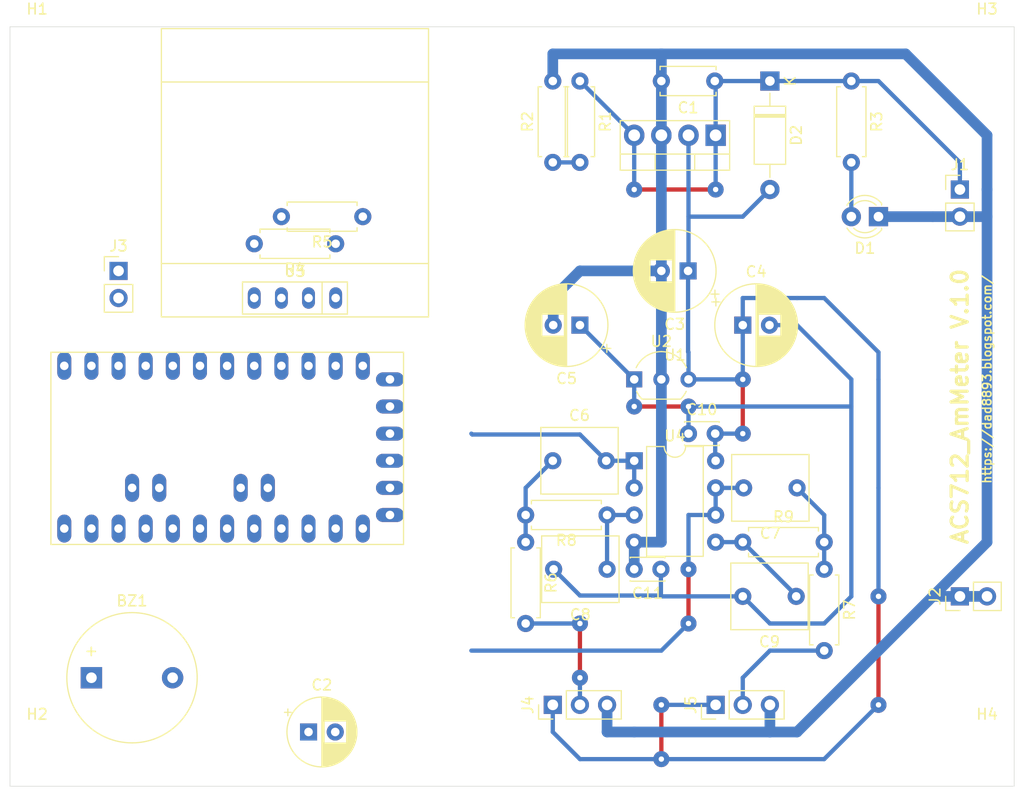
<source format=kicad_pcb>
(kicad_pcb (version 20171130) (host pcbnew "(5.1.4)-1")

  (general
    (thickness 1.6)
    (drawings 18)
    (tracks 139)
    (zones 0)
    (modules 37)
    (nets 18)
  )

  (page A4)
  (title_block
    (title ACS712_AmMeter)
    (date 2020-01-19)
    (rev "Ver. 0.91")
    (company "PNPN Manufactory")
  )

  (layers
    (0 F.Cu signal)
    (31 B.Cu signal)
    (32 B.Adhes user)
    (33 F.Adhes user)
    (34 B.Paste user)
    (35 F.Paste user)
    (36 B.SilkS user)
    (37 F.SilkS user)
    (38 B.Mask user)
    (39 F.Mask user)
    (40 Dwgs.User user)
    (41 Cmts.User user)
    (42 Eco1.User user)
    (43 Eco2.User user)
    (44 Edge.Cuts user)
    (45 Margin user)
    (46 B.CrtYd user)
    (47 F.CrtYd user)
    (48 B.Fab user hide)
    (49 F.Fab user hide)
  )

  (setup
    (last_trace_width 0.4)
    (user_trace_width 0.4)
    (user_trace_width 1)
    (trace_clearance 0.2)
    (zone_clearance 0.508)
    (zone_45_only no)
    (trace_min 0.2)
    (via_size 0.8)
    (via_drill 0.4)
    (via_min_size 0.4)
    (via_min_drill 0.3)
    (user_via 1.5 0.5)
    (uvia_size 0.3)
    (uvia_drill 0.1)
    (uvias_allowed no)
    (uvia_min_size 0.2)
    (uvia_min_drill 0.1)
    (edge_width 0.05)
    (segment_width 0.2)
    (pcb_text_width 0.3)
    (pcb_text_size 1.5 1.5)
    (mod_edge_width 0.12)
    (mod_text_size 1 1)
    (mod_text_width 0.15)
    (pad_size 1.524 1.524)
    (pad_drill 0.762)
    (pad_to_mask_clearance 0.051)
    (solder_mask_min_width 0.25)
    (aux_axis_origin 0 0)
    (visible_elements 7FFFFFFF)
    (pcbplotparams
      (layerselection 0x010fc_ffffffff)
      (usegerberextensions false)
      (usegerberattributes false)
      (usegerberadvancedattributes false)
      (creategerberjobfile false)
      (excludeedgelayer true)
      (linewidth 0.100000)
      (plotframeref false)
      (viasonmask false)
      (mode 1)
      (useauxorigin false)
      (hpglpennumber 1)
      (hpglpenspeed 20)
      (hpglpendiameter 15.000000)
      (psnegative false)
      (psa4output false)
      (plotreference true)
      (plotvalue true)
      (plotinvisibletext false)
      (padsonsilk false)
      (subtractmaskfromsilk false)
      (outputformat 1)
      (mirror false)
      (drillshape 1)
      (scaleselection 1)
      (outputdirectory ""))
  )

  (net 0 "")
  (net 1 GND)
  (net 2 /SCL)
  (net 3 /SDA)
  (net 4 "Net-(A1-PadD10)")
  (net 5 V_BATT)
  (net 6 V_NEG)
  (net 7 V_POS)
  (net 8 +5V)
  (net 9 +BATT)
  (net 10 +2V5)
  (net 11 "Net-(C6-Pad1)")
  (net 12 "Net-(C7-Pad1)")
  (net 13 "Net-(C8-Pad1)")
  (net 14 "Net-(C9-Pad1)")
  (net 15 "Net-(D1-Pad2)")
  (net 16 "Net-(J4-Pad2)")
  (net 17 "Net-(J5-Pad2)")

  (net_class Default "これはデフォルトのネット クラスです。"
    (clearance 0.2)
    (trace_width 0.25)
    (via_dia 0.8)
    (via_drill 0.4)
    (uvia_dia 0.3)
    (uvia_drill 0.1)
    (add_net +2V5)
    (add_net +5V)
    (add_net +BATT)
    (add_net /SCL)
    (add_net /SDA)
    (add_net GND)
    (add_net "Net-(A1-PadD10)")
    (add_net "Net-(C6-Pad1)")
    (add_net "Net-(C7-Pad1)")
    (add_net "Net-(C8-Pad1)")
    (add_net "Net-(C9-Pad1)")
    (add_net "Net-(D1-Pad2)")
    (add_net "Net-(J4-Pad2)")
    (add_net "Net-(J5-Pad2)")
    (add_net V_BATT)
    (add_net V_NEG)
    (add_net V_POS)
  )

  (module LED_THT:LED_D3.0mm (layer F.Cu) (tedit 587A3A7B) (tstamp 5E243B20)
    (at 180.34 78.74 180)
    (descr "LED, diameter 3.0mm, 2 pins")
    (tags "LED diameter 3.0mm 2 pins")
    (path /5E1D3121)
    (fp_text reference D1 (at 1.27 -2.96) (layer F.SilkS)
      (effects (font (size 1 1) (thickness 0.15)))
    )
    (fp_text value LED (at 1.27 2.96) (layer F.Fab)
      (effects (font (size 1 1) (thickness 0.15)))
    )
    (fp_line (start 3.7 -2.25) (end -1.15 -2.25) (layer F.CrtYd) (width 0.05))
    (fp_line (start 3.7 2.25) (end 3.7 -2.25) (layer F.CrtYd) (width 0.05))
    (fp_line (start -1.15 2.25) (end 3.7 2.25) (layer F.CrtYd) (width 0.05))
    (fp_line (start -1.15 -2.25) (end -1.15 2.25) (layer F.CrtYd) (width 0.05))
    (fp_line (start -0.29 1.08) (end -0.29 1.236) (layer F.SilkS) (width 0.12))
    (fp_line (start -0.29 -1.236) (end -0.29 -1.08) (layer F.SilkS) (width 0.12))
    (fp_line (start -0.23 -1.16619) (end -0.23 1.16619) (layer F.Fab) (width 0.1))
    (fp_circle (center 1.27 0) (end 2.77 0) (layer F.Fab) (width 0.1))
    (fp_arc (start 1.27 0) (end 0.229039 1.08) (angle -87.9) (layer F.SilkS) (width 0.12))
    (fp_arc (start 1.27 0) (end 0.229039 -1.08) (angle 87.9) (layer F.SilkS) (width 0.12))
    (fp_arc (start 1.27 0) (end -0.29 1.235516) (angle -108.8) (layer F.SilkS) (width 0.12))
    (fp_arc (start 1.27 0) (end -0.29 -1.235516) (angle 108.8) (layer F.SilkS) (width 0.12))
    (fp_arc (start 1.27 0) (end -0.23 -1.16619) (angle 284.3) (layer F.Fab) (width 0.1))
    (pad 2 thru_hole circle (at 2.54 0 180) (size 1.8 1.8) (drill 0.9) (layers *.Cu *.Mask)
      (net 15 "Net-(D1-Pad2)"))
    (pad 1 thru_hole rect (at 0 0 180) (size 1.8 1.8) (drill 0.9) (layers *.Cu *.Mask)
      (net 1 GND))
    (model ${KISYS3DMOD}/LED_THT.3dshapes/LED_D3.0mm.wrl
      (at (xyz 0 0 0))
      (scale (xyz 1 1 1))
      (rotate (xyz 0 0 0))
    )
  )

  (module Capacitor_THT:CP_Radial_D6.3mm_P2.50mm (layer F.Cu) (tedit 5AE50EF0) (tstamp 5E2481E1)
    (at 127 127)
    (descr "CP, Radial series, Radial, pin pitch=2.50mm, , diameter=6.3mm, Electrolytic Capacitor")
    (tags "CP Radial series Radial pin pitch 2.50mm  diameter 6.3mm Electrolytic Capacitor")
    (path /5E1BDA94)
    (fp_text reference C2 (at 1.25 -4.4) (layer F.SilkS)
      (effects (font (size 1 1) (thickness 0.15)))
    )
    (fp_text value 100u (at 1.25 4.4) (layer F.Fab)
      (effects (font (size 1 1) (thickness 0.15)))
    )
    (fp_text user %R (at 1.25 0) (layer F.Fab)
      (effects (font (size 1 1) (thickness 0.15)))
    )
    (fp_line (start -1.935241 -2.154) (end -1.935241 -1.524) (layer F.SilkS) (width 0.12))
    (fp_line (start -2.250241 -1.839) (end -1.620241 -1.839) (layer F.SilkS) (width 0.12))
    (fp_line (start 4.491 -0.402) (end 4.491 0.402) (layer F.SilkS) (width 0.12))
    (fp_line (start 4.451 -0.633) (end 4.451 0.633) (layer F.SilkS) (width 0.12))
    (fp_line (start 4.411 -0.802) (end 4.411 0.802) (layer F.SilkS) (width 0.12))
    (fp_line (start 4.371 -0.94) (end 4.371 0.94) (layer F.SilkS) (width 0.12))
    (fp_line (start 4.331 -1.059) (end 4.331 1.059) (layer F.SilkS) (width 0.12))
    (fp_line (start 4.291 -1.165) (end 4.291 1.165) (layer F.SilkS) (width 0.12))
    (fp_line (start 4.251 -1.262) (end 4.251 1.262) (layer F.SilkS) (width 0.12))
    (fp_line (start 4.211 -1.35) (end 4.211 1.35) (layer F.SilkS) (width 0.12))
    (fp_line (start 4.171 -1.432) (end 4.171 1.432) (layer F.SilkS) (width 0.12))
    (fp_line (start 4.131 -1.509) (end 4.131 1.509) (layer F.SilkS) (width 0.12))
    (fp_line (start 4.091 -1.581) (end 4.091 1.581) (layer F.SilkS) (width 0.12))
    (fp_line (start 4.051 -1.65) (end 4.051 1.65) (layer F.SilkS) (width 0.12))
    (fp_line (start 4.011 -1.714) (end 4.011 1.714) (layer F.SilkS) (width 0.12))
    (fp_line (start 3.971 -1.776) (end 3.971 1.776) (layer F.SilkS) (width 0.12))
    (fp_line (start 3.931 -1.834) (end 3.931 1.834) (layer F.SilkS) (width 0.12))
    (fp_line (start 3.891 -1.89) (end 3.891 1.89) (layer F.SilkS) (width 0.12))
    (fp_line (start 3.851 -1.944) (end 3.851 1.944) (layer F.SilkS) (width 0.12))
    (fp_line (start 3.811 -1.995) (end 3.811 1.995) (layer F.SilkS) (width 0.12))
    (fp_line (start 3.771 -2.044) (end 3.771 2.044) (layer F.SilkS) (width 0.12))
    (fp_line (start 3.731 -2.092) (end 3.731 2.092) (layer F.SilkS) (width 0.12))
    (fp_line (start 3.691 -2.137) (end 3.691 2.137) (layer F.SilkS) (width 0.12))
    (fp_line (start 3.651 -2.182) (end 3.651 2.182) (layer F.SilkS) (width 0.12))
    (fp_line (start 3.611 -2.224) (end 3.611 2.224) (layer F.SilkS) (width 0.12))
    (fp_line (start 3.571 -2.265) (end 3.571 2.265) (layer F.SilkS) (width 0.12))
    (fp_line (start 3.531 1.04) (end 3.531 2.305) (layer F.SilkS) (width 0.12))
    (fp_line (start 3.531 -2.305) (end 3.531 -1.04) (layer F.SilkS) (width 0.12))
    (fp_line (start 3.491 1.04) (end 3.491 2.343) (layer F.SilkS) (width 0.12))
    (fp_line (start 3.491 -2.343) (end 3.491 -1.04) (layer F.SilkS) (width 0.12))
    (fp_line (start 3.451 1.04) (end 3.451 2.38) (layer F.SilkS) (width 0.12))
    (fp_line (start 3.451 -2.38) (end 3.451 -1.04) (layer F.SilkS) (width 0.12))
    (fp_line (start 3.411 1.04) (end 3.411 2.416) (layer F.SilkS) (width 0.12))
    (fp_line (start 3.411 -2.416) (end 3.411 -1.04) (layer F.SilkS) (width 0.12))
    (fp_line (start 3.371 1.04) (end 3.371 2.45) (layer F.SilkS) (width 0.12))
    (fp_line (start 3.371 -2.45) (end 3.371 -1.04) (layer F.SilkS) (width 0.12))
    (fp_line (start 3.331 1.04) (end 3.331 2.484) (layer F.SilkS) (width 0.12))
    (fp_line (start 3.331 -2.484) (end 3.331 -1.04) (layer F.SilkS) (width 0.12))
    (fp_line (start 3.291 1.04) (end 3.291 2.516) (layer F.SilkS) (width 0.12))
    (fp_line (start 3.291 -2.516) (end 3.291 -1.04) (layer F.SilkS) (width 0.12))
    (fp_line (start 3.251 1.04) (end 3.251 2.548) (layer F.SilkS) (width 0.12))
    (fp_line (start 3.251 -2.548) (end 3.251 -1.04) (layer F.SilkS) (width 0.12))
    (fp_line (start 3.211 1.04) (end 3.211 2.578) (layer F.SilkS) (width 0.12))
    (fp_line (start 3.211 -2.578) (end 3.211 -1.04) (layer F.SilkS) (width 0.12))
    (fp_line (start 3.171 1.04) (end 3.171 2.607) (layer F.SilkS) (width 0.12))
    (fp_line (start 3.171 -2.607) (end 3.171 -1.04) (layer F.SilkS) (width 0.12))
    (fp_line (start 3.131 1.04) (end 3.131 2.636) (layer F.SilkS) (width 0.12))
    (fp_line (start 3.131 -2.636) (end 3.131 -1.04) (layer F.SilkS) (width 0.12))
    (fp_line (start 3.091 1.04) (end 3.091 2.664) (layer F.SilkS) (width 0.12))
    (fp_line (start 3.091 -2.664) (end 3.091 -1.04) (layer F.SilkS) (width 0.12))
    (fp_line (start 3.051 1.04) (end 3.051 2.69) (layer F.SilkS) (width 0.12))
    (fp_line (start 3.051 -2.69) (end 3.051 -1.04) (layer F.SilkS) (width 0.12))
    (fp_line (start 3.011 1.04) (end 3.011 2.716) (layer F.SilkS) (width 0.12))
    (fp_line (start 3.011 -2.716) (end 3.011 -1.04) (layer F.SilkS) (width 0.12))
    (fp_line (start 2.971 1.04) (end 2.971 2.742) (layer F.SilkS) (width 0.12))
    (fp_line (start 2.971 -2.742) (end 2.971 -1.04) (layer F.SilkS) (width 0.12))
    (fp_line (start 2.931 1.04) (end 2.931 2.766) (layer F.SilkS) (width 0.12))
    (fp_line (start 2.931 -2.766) (end 2.931 -1.04) (layer F.SilkS) (width 0.12))
    (fp_line (start 2.891 1.04) (end 2.891 2.79) (layer F.SilkS) (width 0.12))
    (fp_line (start 2.891 -2.79) (end 2.891 -1.04) (layer F.SilkS) (width 0.12))
    (fp_line (start 2.851 1.04) (end 2.851 2.812) (layer F.SilkS) (width 0.12))
    (fp_line (start 2.851 -2.812) (end 2.851 -1.04) (layer F.SilkS) (width 0.12))
    (fp_line (start 2.811 1.04) (end 2.811 2.834) (layer F.SilkS) (width 0.12))
    (fp_line (start 2.811 -2.834) (end 2.811 -1.04) (layer F.SilkS) (width 0.12))
    (fp_line (start 2.771 1.04) (end 2.771 2.856) (layer F.SilkS) (width 0.12))
    (fp_line (start 2.771 -2.856) (end 2.771 -1.04) (layer F.SilkS) (width 0.12))
    (fp_line (start 2.731 1.04) (end 2.731 2.876) (layer F.SilkS) (width 0.12))
    (fp_line (start 2.731 -2.876) (end 2.731 -1.04) (layer F.SilkS) (width 0.12))
    (fp_line (start 2.691 1.04) (end 2.691 2.896) (layer F.SilkS) (width 0.12))
    (fp_line (start 2.691 -2.896) (end 2.691 -1.04) (layer F.SilkS) (width 0.12))
    (fp_line (start 2.651 1.04) (end 2.651 2.916) (layer F.SilkS) (width 0.12))
    (fp_line (start 2.651 -2.916) (end 2.651 -1.04) (layer F.SilkS) (width 0.12))
    (fp_line (start 2.611 1.04) (end 2.611 2.934) (layer F.SilkS) (width 0.12))
    (fp_line (start 2.611 -2.934) (end 2.611 -1.04) (layer F.SilkS) (width 0.12))
    (fp_line (start 2.571 1.04) (end 2.571 2.952) (layer F.SilkS) (width 0.12))
    (fp_line (start 2.571 -2.952) (end 2.571 -1.04) (layer F.SilkS) (width 0.12))
    (fp_line (start 2.531 1.04) (end 2.531 2.97) (layer F.SilkS) (width 0.12))
    (fp_line (start 2.531 -2.97) (end 2.531 -1.04) (layer F.SilkS) (width 0.12))
    (fp_line (start 2.491 1.04) (end 2.491 2.986) (layer F.SilkS) (width 0.12))
    (fp_line (start 2.491 -2.986) (end 2.491 -1.04) (layer F.SilkS) (width 0.12))
    (fp_line (start 2.451 1.04) (end 2.451 3.002) (layer F.SilkS) (width 0.12))
    (fp_line (start 2.451 -3.002) (end 2.451 -1.04) (layer F.SilkS) (width 0.12))
    (fp_line (start 2.411 1.04) (end 2.411 3.018) (layer F.SilkS) (width 0.12))
    (fp_line (start 2.411 -3.018) (end 2.411 -1.04) (layer F.SilkS) (width 0.12))
    (fp_line (start 2.371 1.04) (end 2.371 3.033) (layer F.SilkS) (width 0.12))
    (fp_line (start 2.371 -3.033) (end 2.371 -1.04) (layer F.SilkS) (width 0.12))
    (fp_line (start 2.331 1.04) (end 2.331 3.047) (layer F.SilkS) (width 0.12))
    (fp_line (start 2.331 -3.047) (end 2.331 -1.04) (layer F.SilkS) (width 0.12))
    (fp_line (start 2.291 1.04) (end 2.291 3.061) (layer F.SilkS) (width 0.12))
    (fp_line (start 2.291 -3.061) (end 2.291 -1.04) (layer F.SilkS) (width 0.12))
    (fp_line (start 2.251 1.04) (end 2.251 3.074) (layer F.SilkS) (width 0.12))
    (fp_line (start 2.251 -3.074) (end 2.251 -1.04) (layer F.SilkS) (width 0.12))
    (fp_line (start 2.211 1.04) (end 2.211 3.086) (layer F.SilkS) (width 0.12))
    (fp_line (start 2.211 -3.086) (end 2.211 -1.04) (layer F.SilkS) (width 0.12))
    (fp_line (start 2.171 1.04) (end 2.171 3.098) (layer F.SilkS) (width 0.12))
    (fp_line (start 2.171 -3.098) (end 2.171 -1.04) (layer F.SilkS) (width 0.12))
    (fp_line (start 2.131 1.04) (end 2.131 3.11) (layer F.SilkS) (width 0.12))
    (fp_line (start 2.131 -3.11) (end 2.131 -1.04) (layer F.SilkS) (width 0.12))
    (fp_line (start 2.091 1.04) (end 2.091 3.121) (layer F.SilkS) (width 0.12))
    (fp_line (start 2.091 -3.121) (end 2.091 -1.04) (layer F.SilkS) (width 0.12))
    (fp_line (start 2.051 1.04) (end 2.051 3.131) (layer F.SilkS) (width 0.12))
    (fp_line (start 2.051 -3.131) (end 2.051 -1.04) (layer F.SilkS) (width 0.12))
    (fp_line (start 2.011 1.04) (end 2.011 3.141) (layer F.SilkS) (width 0.12))
    (fp_line (start 2.011 -3.141) (end 2.011 -1.04) (layer F.SilkS) (width 0.12))
    (fp_line (start 1.971 1.04) (end 1.971 3.15) (layer F.SilkS) (width 0.12))
    (fp_line (start 1.971 -3.15) (end 1.971 -1.04) (layer F.SilkS) (width 0.12))
    (fp_line (start 1.93 1.04) (end 1.93 3.159) (layer F.SilkS) (width 0.12))
    (fp_line (start 1.93 -3.159) (end 1.93 -1.04) (layer F.SilkS) (width 0.12))
    (fp_line (start 1.89 1.04) (end 1.89 3.167) (layer F.SilkS) (width 0.12))
    (fp_line (start 1.89 -3.167) (end 1.89 -1.04) (layer F.SilkS) (width 0.12))
    (fp_line (start 1.85 1.04) (end 1.85 3.175) (layer F.SilkS) (width 0.12))
    (fp_line (start 1.85 -3.175) (end 1.85 -1.04) (layer F.SilkS) (width 0.12))
    (fp_line (start 1.81 1.04) (end 1.81 3.182) (layer F.SilkS) (width 0.12))
    (fp_line (start 1.81 -3.182) (end 1.81 -1.04) (layer F.SilkS) (width 0.12))
    (fp_line (start 1.77 1.04) (end 1.77 3.189) (layer F.SilkS) (width 0.12))
    (fp_line (start 1.77 -3.189) (end 1.77 -1.04) (layer F.SilkS) (width 0.12))
    (fp_line (start 1.73 1.04) (end 1.73 3.195) (layer F.SilkS) (width 0.12))
    (fp_line (start 1.73 -3.195) (end 1.73 -1.04) (layer F.SilkS) (width 0.12))
    (fp_line (start 1.69 1.04) (end 1.69 3.201) (layer F.SilkS) (width 0.12))
    (fp_line (start 1.69 -3.201) (end 1.69 -1.04) (layer F.SilkS) (width 0.12))
    (fp_line (start 1.65 1.04) (end 1.65 3.206) (layer F.SilkS) (width 0.12))
    (fp_line (start 1.65 -3.206) (end 1.65 -1.04) (layer F.SilkS) (width 0.12))
    (fp_line (start 1.61 1.04) (end 1.61 3.211) (layer F.SilkS) (width 0.12))
    (fp_line (start 1.61 -3.211) (end 1.61 -1.04) (layer F.SilkS) (width 0.12))
    (fp_line (start 1.57 1.04) (end 1.57 3.215) (layer F.SilkS) (width 0.12))
    (fp_line (start 1.57 -3.215) (end 1.57 -1.04) (layer F.SilkS) (width 0.12))
    (fp_line (start 1.53 1.04) (end 1.53 3.218) (layer F.SilkS) (width 0.12))
    (fp_line (start 1.53 -3.218) (end 1.53 -1.04) (layer F.SilkS) (width 0.12))
    (fp_line (start 1.49 1.04) (end 1.49 3.222) (layer F.SilkS) (width 0.12))
    (fp_line (start 1.49 -3.222) (end 1.49 -1.04) (layer F.SilkS) (width 0.12))
    (fp_line (start 1.45 -3.224) (end 1.45 3.224) (layer F.SilkS) (width 0.12))
    (fp_line (start 1.41 -3.227) (end 1.41 3.227) (layer F.SilkS) (width 0.12))
    (fp_line (start 1.37 -3.228) (end 1.37 3.228) (layer F.SilkS) (width 0.12))
    (fp_line (start 1.33 -3.23) (end 1.33 3.23) (layer F.SilkS) (width 0.12))
    (fp_line (start 1.29 -3.23) (end 1.29 3.23) (layer F.SilkS) (width 0.12))
    (fp_line (start 1.25 -3.23) (end 1.25 3.23) (layer F.SilkS) (width 0.12))
    (fp_line (start -1.128972 -1.6885) (end -1.128972 -1.0585) (layer F.Fab) (width 0.1))
    (fp_line (start -1.443972 -1.3735) (end -0.813972 -1.3735) (layer F.Fab) (width 0.1))
    (fp_circle (center 1.25 0) (end 4.65 0) (layer F.CrtYd) (width 0.05))
    (fp_circle (center 1.25 0) (end 4.52 0) (layer F.SilkS) (width 0.12))
    (fp_circle (center 1.25 0) (end 4.4 0) (layer F.Fab) (width 0.1))
    (pad 2 thru_hole circle (at 2.5 0) (size 1.6 1.6) (drill 0.8) (layers *.Cu *.Mask)
      (net 1 GND))
    (pad 1 thru_hole rect (at 0 0) (size 1.6 1.6) (drill 0.8) (layers *.Cu *.Mask)
      (net 8 +5V))
    (model ${KISYS3DMOD}/Capacitor_THT.3dshapes/CP_Radial_D6.3mm_P2.50mm.wrl
      (at (xyz 0 0 0))
      (scale (xyz 1 1 1))
      (rotate (xyz 0 0 0))
    )
  )

  (module Capacitor_THT:CP_Radial_D7.5mm_P2.50mm (layer F.Cu) (tedit 5AE50EF0) (tstamp 5E243951)
    (at 162.52 83.82 180)
    (descr "CP, Radial series, Radial, pin pitch=2.50mm, , diameter=7.5mm, Electrolytic Capacitor")
    (tags "CP Radial series Radial pin pitch 2.50mm  diameter 7.5mm Electrolytic Capacitor")
    (path /5E20F58D)
    (fp_text reference C3 (at 1.25 -5) (layer F.SilkS)
      (effects (font (size 1 1) (thickness 0.15)))
    )
    (fp_text value 100u (at 1.25 5) (layer F.Fab)
      (effects (font (size 1 1) (thickness 0.15)))
    )
    (fp_text user %R (at 1.25 0) (layer F.Fab)
      (effects (font (size 1 1) (thickness 0.15)))
    )
    (fp_line (start -2.517211 -2.55) (end -2.517211 -1.8) (layer F.SilkS) (width 0.12))
    (fp_line (start -2.892211 -2.175) (end -2.142211 -2.175) (layer F.SilkS) (width 0.12))
    (fp_line (start 5.091 -0.441) (end 5.091 0.441) (layer F.SilkS) (width 0.12))
    (fp_line (start 5.051 -0.693) (end 5.051 0.693) (layer F.SilkS) (width 0.12))
    (fp_line (start 5.011 -0.877) (end 5.011 0.877) (layer F.SilkS) (width 0.12))
    (fp_line (start 4.971 -1.028) (end 4.971 1.028) (layer F.SilkS) (width 0.12))
    (fp_line (start 4.931 -1.158) (end 4.931 1.158) (layer F.SilkS) (width 0.12))
    (fp_line (start 4.891 -1.275) (end 4.891 1.275) (layer F.SilkS) (width 0.12))
    (fp_line (start 4.851 -1.381) (end 4.851 1.381) (layer F.SilkS) (width 0.12))
    (fp_line (start 4.811 -1.478) (end 4.811 1.478) (layer F.SilkS) (width 0.12))
    (fp_line (start 4.771 -1.569) (end 4.771 1.569) (layer F.SilkS) (width 0.12))
    (fp_line (start 4.731 -1.654) (end 4.731 1.654) (layer F.SilkS) (width 0.12))
    (fp_line (start 4.691 -1.733) (end 4.691 1.733) (layer F.SilkS) (width 0.12))
    (fp_line (start 4.651 -1.809) (end 4.651 1.809) (layer F.SilkS) (width 0.12))
    (fp_line (start 4.611 -1.881) (end 4.611 1.881) (layer F.SilkS) (width 0.12))
    (fp_line (start 4.571 -1.949) (end 4.571 1.949) (layer F.SilkS) (width 0.12))
    (fp_line (start 4.531 -2.014) (end 4.531 2.014) (layer F.SilkS) (width 0.12))
    (fp_line (start 4.491 -2.077) (end 4.491 2.077) (layer F.SilkS) (width 0.12))
    (fp_line (start 4.451 -2.137) (end 4.451 2.137) (layer F.SilkS) (width 0.12))
    (fp_line (start 4.411 -2.195) (end 4.411 2.195) (layer F.SilkS) (width 0.12))
    (fp_line (start 4.371 -2.25) (end 4.371 2.25) (layer F.SilkS) (width 0.12))
    (fp_line (start 4.331 -2.304) (end 4.331 2.304) (layer F.SilkS) (width 0.12))
    (fp_line (start 4.291 -2.355) (end 4.291 2.355) (layer F.SilkS) (width 0.12))
    (fp_line (start 4.251 -2.405) (end 4.251 2.405) (layer F.SilkS) (width 0.12))
    (fp_line (start 4.211 -2.454) (end 4.211 2.454) (layer F.SilkS) (width 0.12))
    (fp_line (start 4.171 -2.5) (end 4.171 2.5) (layer F.SilkS) (width 0.12))
    (fp_line (start 4.131 -2.546) (end 4.131 2.546) (layer F.SilkS) (width 0.12))
    (fp_line (start 4.091 -2.589) (end 4.091 2.589) (layer F.SilkS) (width 0.12))
    (fp_line (start 4.051 -2.632) (end 4.051 2.632) (layer F.SilkS) (width 0.12))
    (fp_line (start 4.011 -2.673) (end 4.011 2.673) (layer F.SilkS) (width 0.12))
    (fp_line (start 3.971 -2.713) (end 3.971 2.713) (layer F.SilkS) (width 0.12))
    (fp_line (start 3.931 -2.752) (end 3.931 2.752) (layer F.SilkS) (width 0.12))
    (fp_line (start 3.891 -2.79) (end 3.891 2.79) (layer F.SilkS) (width 0.12))
    (fp_line (start 3.851 -2.827) (end 3.851 2.827) (layer F.SilkS) (width 0.12))
    (fp_line (start 3.811 -2.863) (end 3.811 2.863) (layer F.SilkS) (width 0.12))
    (fp_line (start 3.771 -2.898) (end 3.771 2.898) (layer F.SilkS) (width 0.12))
    (fp_line (start 3.731 -2.931) (end 3.731 2.931) (layer F.SilkS) (width 0.12))
    (fp_line (start 3.691 -2.964) (end 3.691 2.964) (layer F.SilkS) (width 0.12))
    (fp_line (start 3.651 -2.996) (end 3.651 2.996) (layer F.SilkS) (width 0.12))
    (fp_line (start 3.611 -3.028) (end 3.611 3.028) (layer F.SilkS) (width 0.12))
    (fp_line (start 3.571 -3.058) (end 3.571 3.058) (layer F.SilkS) (width 0.12))
    (fp_line (start 3.531 1.04) (end 3.531 3.088) (layer F.SilkS) (width 0.12))
    (fp_line (start 3.531 -3.088) (end 3.531 -1.04) (layer F.SilkS) (width 0.12))
    (fp_line (start 3.491 1.04) (end 3.491 3.116) (layer F.SilkS) (width 0.12))
    (fp_line (start 3.491 -3.116) (end 3.491 -1.04) (layer F.SilkS) (width 0.12))
    (fp_line (start 3.451 1.04) (end 3.451 3.144) (layer F.SilkS) (width 0.12))
    (fp_line (start 3.451 -3.144) (end 3.451 -1.04) (layer F.SilkS) (width 0.12))
    (fp_line (start 3.411 1.04) (end 3.411 3.172) (layer F.SilkS) (width 0.12))
    (fp_line (start 3.411 -3.172) (end 3.411 -1.04) (layer F.SilkS) (width 0.12))
    (fp_line (start 3.371 1.04) (end 3.371 3.198) (layer F.SilkS) (width 0.12))
    (fp_line (start 3.371 -3.198) (end 3.371 -1.04) (layer F.SilkS) (width 0.12))
    (fp_line (start 3.331 1.04) (end 3.331 3.224) (layer F.SilkS) (width 0.12))
    (fp_line (start 3.331 -3.224) (end 3.331 -1.04) (layer F.SilkS) (width 0.12))
    (fp_line (start 3.291 1.04) (end 3.291 3.249) (layer F.SilkS) (width 0.12))
    (fp_line (start 3.291 -3.249) (end 3.291 -1.04) (layer F.SilkS) (width 0.12))
    (fp_line (start 3.251 1.04) (end 3.251 3.274) (layer F.SilkS) (width 0.12))
    (fp_line (start 3.251 -3.274) (end 3.251 -1.04) (layer F.SilkS) (width 0.12))
    (fp_line (start 3.211 1.04) (end 3.211 3.297) (layer F.SilkS) (width 0.12))
    (fp_line (start 3.211 -3.297) (end 3.211 -1.04) (layer F.SilkS) (width 0.12))
    (fp_line (start 3.171 1.04) (end 3.171 3.321) (layer F.SilkS) (width 0.12))
    (fp_line (start 3.171 -3.321) (end 3.171 -1.04) (layer F.SilkS) (width 0.12))
    (fp_line (start 3.131 1.04) (end 3.131 3.343) (layer F.SilkS) (width 0.12))
    (fp_line (start 3.131 -3.343) (end 3.131 -1.04) (layer F.SilkS) (width 0.12))
    (fp_line (start 3.091 1.04) (end 3.091 3.365) (layer F.SilkS) (width 0.12))
    (fp_line (start 3.091 -3.365) (end 3.091 -1.04) (layer F.SilkS) (width 0.12))
    (fp_line (start 3.051 1.04) (end 3.051 3.386) (layer F.SilkS) (width 0.12))
    (fp_line (start 3.051 -3.386) (end 3.051 -1.04) (layer F.SilkS) (width 0.12))
    (fp_line (start 3.011 1.04) (end 3.011 3.407) (layer F.SilkS) (width 0.12))
    (fp_line (start 3.011 -3.407) (end 3.011 -1.04) (layer F.SilkS) (width 0.12))
    (fp_line (start 2.971 1.04) (end 2.971 3.427) (layer F.SilkS) (width 0.12))
    (fp_line (start 2.971 -3.427) (end 2.971 -1.04) (layer F.SilkS) (width 0.12))
    (fp_line (start 2.931 1.04) (end 2.931 3.447) (layer F.SilkS) (width 0.12))
    (fp_line (start 2.931 -3.447) (end 2.931 -1.04) (layer F.SilkS) (width 0.12))
    (fp_line (start 2.891 1.04) (end 2.891 3.466) (layer F.SilkS) (width 0.12))
    (fp_line (start 2.891 -3.466) (end 2.891 -1.04) (layer F.SilkS) (width 0.12))
    (fp_line (start 2.851 1.04) (end 2.851 3.484) (layer F.SilkS) (width 0.12))
    (fp_line (start 2.851 -3.484) (end 2.851 -1.04) (layer F.SilkS) (width 0.12))
    (fp_line (start 2.811 1.04) (end 2.811 3.502) (layer F.SilkS) (width 0.12))
    (fp_line (start 2.811 -3.502) (end 2.811 -1.04) (layer F.SilkS) (width 0.12))
    (fp_line (start 2.771 1.04) (end 2.771 3.52) (layer F.SilkS) (width 0.12))
    (fp_line (start 2.771 -3.52) (end 2.771 -1.04) (layer F.SilkS) (width 0.12))
    (fp_line (start 2.731 1.04) (end 2.731 3.536) (layer F.SilkS) (width 0.12))
    (fp_line (start 2.731 -3.536) (end 2.731 -1.04) (layer F.SilkS) (width 0.12))
    (fp_line (start 2.691 1.04) (end 2.691 3.553) (layer F.SilkS) (width 0.12))
    (fp_line (start 2.691 -3.553) (end 2.691 -1.04) (layer F.SilkS) (width 0.12))
    (fp_line (start 2.651 1.04) (end 2.651 3.568) (layer F.SilkS) (width 0.12))
    (fp_line (start 2.651 -3.568) (end 2.651 -1.04) (layer F.SilkS) (width 0.12))
    (fp_line (start 2.611 1.04) (end 2.611 3.584) (layer F.SilkS) (width 0.12))
    (fp_line (start 2.611 -3.584) (end 2.611 -1.04) (layer F.SilkS) (width 0.12))
    (fp_line (start 2.571 1.04) (end 2.571 3.598) (layer F.SilkS) (width 0.12))
    (fp_line (start 2.571 -3.598) (end 2.571 -1.04) (layer F.SilkS) (width 0.12))
    (fp_line (start 2.531 1.04) (end 2.531 3.613) (layer F.SilkS) (width 0.12))
    (fp_line (start 2.531 -3.613) (end 2.531 -1.04) (layer F.SilkS) (width 0.12))
    (fp_line (start 2.491 1.04) (end 2.491 3.626) (layer F.SilkS) (width 0.12))
    (fp_line (start 2.491 -3.626) (end 2.491 -1.04) (layer F.SilkS) (width 0.12))
    (fp_line (start 2.451 1.04) (end 2.451 3.64) (layer F.SilkS) (width 0.12))
    (fp_line (start 2.451 -3.64) (end 2.451 -1.04) (layer F.SilkS) (width 0.12))
    (fp_line (start 2.411 1.04) (end 2.411 3.653) (layer F.SilkS) (width 0.12))
    (fp_line (start 2.411 -3.653) (end 2.411 -1.04) (layer F.SilkS) (width 0.12))
    (fp_line (start 2.371 1.04) (end 2.371 3.665) (layer F.SilkS) (width 0.12))
    (fp_line (start 2.371 -3.665) (end 2.371 -1.04) (layer F.SilkS) (width 0.12))
    (fp_line (start 2.331 1.04) (end 2.331 3.677) (layer F.SilkS) (width 0.12))
    (fp_line (start 2.331 -3.677) (end 2.331 -1.04) (layer F.SilkS) (width 0.12))
    (fp_line (start 2.291 1.04) (end 2.291 3.688) (layer F.SilkS) (width 0.12))
    (fp_line (start 2.291 -3.688) (end 2.291 -1.04) (layer F.SilkS) (width 0.12))
    (fp_line (start 2.251 1.04) (end 2.251 3.699) (layer F.SilkS) (width 0.12))
    (fp_line (start 2.251 -3.699) (end 2.251 -1.04) (layer F.SilkS) (width 0.12))
    (fp_line (start 2.211 1.04) (end 2.211 3.71) (layer F.SilkS) (width 0.12))
    (fp_line (start 2.211 -3.71) (end 2.211 -1.04) (layer F.SilkS) (width 0.12))
    (fp_line (start 2.171 1.04) (end 2.171 3.72) (layer F.SilkS) (width 0.12))
    (fp_line (start 2.171 -3.72) (end 2.171 -1.04) (layer F.SilkS) (width 0.12))
    (fp_line (start 2.131 1.04) (end 2.131 3.729) (layer F.SilkS) (width 0.12))
    (fp_line (start 2.131 -3.729) (end 2.131 -1.04) (layer F.SilkS) (width 0.12))
    (fp_line (start 2.091 1.04) (end 2.091 3.738) (layer F.SilkS) (width 0.12))
    (fp_line (start 2.091 -3.738) (end 2.091 -1.04) (layer F.SilkS) (width 0.12))
    (fp_line (start 2.051 1.04) (end 2.051 3.747) (layer F.SilkS) (width 0.12))
    (fp_line (start 2.051 -3.747) (end 2.051 -1.04) (layer F.SilkS) (width 0.12))
    (fp_line (start 2.011 1.04) (end 2.011 3.755) (layer F.SilkS) (width 0.12))
    (fp_line (start 2.011 -3.755) (end 2.011 -1.04) (layer F.SilkS) (width 0.12))
    (fp_line (start 1.971 1.04) (end 1.971 3.763) (layer F.SilkS) (width 0.12))
    (fp_line (start 1.971 -3.763) (end 1.971 -1.04) (layer F.SilkS) (width 0.12))
    (fp_line (start 1.93 1.04) (end 1.93 3.77) (layer F.SilkS) (width 0.12))
    (fp_line (start 1.93 -3.77) (end 1.93 -1.04) (layer F.SilkS) (width 0.12))
    (fp_line (start 1.89 1.04) (end 1.89 3.777) (layer F.SilkS) (width 0.12))
    (fp_line (start 1.89 -3.777) (end 1.89 -1.04) (layer F.SilkS) (width 0.12))
    (fp_line (start 1.85 1.04) (end 1.85 3.784) (layer F.SilkS) (width 0.12))
    (fp_line (start 1.85 -3.784) (end 1.85 -1.04) (layer F.SilkS) (width 0.12))
    (fp_line (start 1.81 1.04) (end 1.81 3.79) (layer F.SilkS) (width 0.12))
    (fp_line (start 1.81 -3.79) (end 1.81 -1.04) (layer F.SilkS) (width 0.12))
    (fp_line (start 1.77 1.04) (end 1.77 3.795) (layer F.SilkS) (width 0.12))
    (fp_line (start 1.77 -3.795) (end 1.77 -1.04) (layer F.SilkS) (width 0.12))
    (fp_line (start 1.73 1.04) (end 1.73 3.801) (layer F.SilkS) (width 0.12))
    (fp_line (start 1.73 -3.801) (end 1.73 -1.04) (layer F.SilkS) (width 0.12))
    (fp_line (start 1.69 1.04) (end 1.69 3.805) (layer F.SilkS) (width 0.12))
    (fp_line (start 1.69 -3.805) (end 1.69 -1.04) (layer F.SilkS) (width 0.12))
    (fp_line (start 1.65 1.04) (end 1.65 3.81) (layer F.SilkS) (width 0.12))
    (fp_line (start 1.65 -3.81) (end 1.65 -1.04) (layer F.SilkS) (width 0.12))
    (fp_line (start 1.61 1.04) (end 1.61 3.814) (layer F.SilkS) (width 0.12))
    (fp_line (start 1.61 -3.814) (end 1.61 -1.04) (layer F.SilkS) (width 0.12))
    (fp_line (start 1.57 1.04) (end 1.57 3.817) (layer F.SilkS) (width 0.12))
    (fp_line (start 1.57 -3.817) (end 1.57 -1.04) (layer F.SilkS) (width 0.12))
    (fp_line (start 1.53 1.04) (end 1.53 3.82) (layer F.SilkS) (width 0.12))
    (fp_line (start 1.53 -3.82) (end 1.53 -1.04) (layer F.SilkS) (width 0.12))
    (fp_line (start 1.49 1.04) (end 1.49 3.823) (layer F.SilkS) (width 0.12))
    (fp_line (start 1.49 -3.823) (end 1.49 -1.04) (layer F.SilkS) (width 0.12))
    (fp_line (start 1.45 -3.825) (end 1.45 3.825) (layer F.SilkS) (width 0.12))
    (fp_line (start 1.41 -3.827) (end 1.41 3.827) (layer F.SilkS) (width 0.12))
    (fp_line (start 1.37 -3.829) (end 1.37 3.829) (layer F.SilkS) (width 0.12))
    (fp_line (start 1.33 -3.83) (end 1.33 3.83) (layer F.SilkS) (width 0.12))
    (fp_line (start 1.29 -3.83) (end 1.29 3.83) (layer F.SilkS) (width 0.12))
    (fp_line (start 1.25 -3.83) (end 1.25 3.83) (layer F.SilkS) (width 0.12))
    (fp_line (start -1.586233 -2.0125) (end -1.586233 -1.2625) (layer F.Fab) (width 0.1))
    (fp_line (start -1.961233 -1.6375) (end -1.211233 -1.6375) (layer F.Fab) (width 0.1))
    (fp_circle (center 1.25 0) (end 5.25 0) (layer F.CrtYd) (width 0.05))
    (fp_circle (center 1.25 0) (end 5.12 0) (layer F.SilkS) (width 0.12))
    (fp_circle (center 1.25 0) (end 5 0) (layer F.Fab) (width 0.1))
    (pad 2 thru_hole circle (at 2.5 0 180) (size 1.6 1.6) (drill 0.8) (layers *.Cu *.Mask)
      (net 1 GND))
    (pad 1 thru_hole rect (at 0 0 180) (size 1.6 1.6) (drill 0.8) (layers *.Cu *.Mask)
      (net 8 +5V))
    (model ${KISYS3DMOD}/Capacitor_THT.3dshapes/CP_Radial_D7.5mm_P2.50mm.wrl
      (at (xyz 0 0 0))
      (scale (xyz 1 1 1))
      (rotate (xyz 0 0 0))
    )
  )

  (module Capacitor_THT:CP_Radial_D7.5mm_P2.50mm (layer F.Cu) (tedit 5AE50EF0) (tstamp 5E2439F4)
    (at 167.64 88.9)
    (descr "CP, Radial series, Radial, pin pitch=2.50mm, , diameter=7.5mm, Electrolytic Capacitor")
    (tags "CP Radial series Radial pin pitch 2.50mm  diameter 7.5mm Electrolytic Capacitor")
    (path /5E21D6AE)
    (fp_text reference C4 (at 1.25 -5) (layer F.SilkS)
      (effects (font (size 1 1) (thickness 0.15)))
    )
    (fp_text value 47u (at 1.25 5) (layer F.Fab)
      (effects (font (size 1 1) (thickness 0.15)))
    )
    (fp_circle (center 1.25 0) (end 5 0) (layer F.Fab) (width 0.1))
    (fp_circle (center 1.25 0) (end 5.12 0) (layer F.SilkS) (width 0.12))
    (fp_circle (center 1.25 0) (end 5.25 0) (layer F.CrtYd) (width 0.05))
    (fp_line (start -1.961233 -1.6375) (end -1.211233 -1.6375) (layer F.Fab) (width 0.1))
    (fp_line (start -1.586233 -2.0125) (end -1.586233 -1.2625) (layer F.Fab) (width 0.1))
    (fp_line (start 1.25 -3.83) (end 1.25 3.83) (layer F.SilkS) (width 0.12))
    (fp_line (start 1.29 -3.83) (end 1.29 3.83) (layer F.SilkS) (width 0.12))
    (fp_line (start 1.33 -3.83) (end 1.33 3.83) (layer F.SilkS) (width 0.12))
    (fp_line (start 1.37 -3.829) (end 1.37 3.829) (layer F.SilkS) (width 0.12))
    (fp_line (start 1.41 -3.827) (end 1.41 3.827) (layer F.SilkS) (width 0.12))
    (fp_line (start 1.45 -3.825) (end 1.45 3.825) (layer F.SilkS) (width 0.12))
    (fp_line (start 1.49 -3.823) (end 1.49 -1.04) (layer F.SilkS) (width 0.12))
    (fp_line (start 1.49 1.04) (end 1.49 3.823) (layer F.SilkS) (width 0.12))
    (fp_line (start 1.53 -3.82) (end 1.53 -1.04) (layer F.SilkS) (width 0.12))
    (fp_line (start 1.53 1.04) (end 1.53 3.82) (layer F.SilkS) (width 0.12))
    (fp_line (start 1.57 -3.817) (end 1.57 -1.04) (layer F.SilkS) (width 0.12))
    (fp_line (start 1.57 1.04) (end 1.57 3.817) (layer F.SilkS) (width 0.12))
    (fp_line (start 1.61 -3.814) (end 1.61 -1.04) (layer F.SilkS) (width 0.12))
    (fp_line (start 1.61 1.04) (end 1.61 3.814) (layer F.SilkS) (width 0.12))
    (fp_line (start 1.65 -3.81) (end 1.65 -1.04) (layer F.SilkS) (width 0.12))
    (fp_line (start 1.65 1.04) (end 1.65 3.81) (layer F.SilkS) (width 0.12))
    (fp_line (start 1.69 -3.805) (end 1.69 -1.04) (layer F.SilkS) (width 0.12))
    (fp_line (start 1.69 1.04) (end 1.69 3.805) (layer F.SilkS) (width 0.12))
    (fp_line (start 1.73 -3.801) (end 1.73 -1.04) (layer F.SilkS) (width 0.12))
    (fp_line (start 1.73 1.04) (end 1.73 3.801) (layer F.SilkS) (width 0.12))
    (fp_line (start 1.77 -3.795) (end 1.77 -1.04) (layer F.SilkS) (width 0.12))
    (fp_line (start 1.77 1.04) (end 1.77 3.795) (layer F.SilkS) (width 0.12))
    (fp_line (start 1.81 -3.79) (end 1.81 -1.04) (layer F.SilkS) (width 0.12))
    (fp_line (start 1.81 1.04) (end 1.81 3.79) (layer F.SilkS) (width 0.12))
    (fp_line (start 1.85 -3.784) (end 1.85 -1.04) (layer F.SilkS) (width 0.12))
    (fp_line (start 1.85 1.04) (end 1.85 3.784) (layer F.SilkS) (width 0.12))
    (fp_line (start 1.89 -3.777) (end 1.89 -1.04) (layer F.SilkS) (width 0.12))
    (fp_line (start 1.89 1.04) (end 1.89 3.777) (layer F.SilkS) (width 0.12))
    (fp_line (start 1.93 -3.77) (end 1.93 -1.04) (layer F.SilkS) (width 0.12))
    (fp_line (start 1.93 1.04) (end 1.93 3.77) (layer F.SilkS) (width 0.12))
    (fp_line (start 1.971 -3.763) (end 1.971 -1.04) (layer F.SilkS) (width 0.12))
    (fp_line (start 1.971 1.04) (end 1.971 3.763) (layer F.SilkS) (width 0.12))
    (fp_line (start 2.011 -3.755) (end 2.011 -1.04) (layer F.SilkS) (width 0.12))
    (fp_line (start 2.011 1.04) (end 2.011 3.755) (layer F.SilkS) (width 0.12))
    (fp_line (start 2.051 -3.747) (end 2.051 -1.04) (layer F.SilkS) (width 0.12))
    (fp_line (start 2.051 1.04) (end 2.051 3.747) (layer F.SilkS) (width 0.12))
    (fp_line (start 2.091 -3.738) (end 2.091 -1.04) (layer F.SilkS) (width 0.12))
    (fp_line (start 2.091 1.04) (end 2.091 3.738) (layer F.SilkS) (width 0.12))
    (fp_line (start 2.131 -3.729) (end 2.131 -1.04) (layer F.SilkS) (width 0.12))
    (fp_line (start 2.131 1.04) (end 2.131 3.729) (layer F.SilkS) (width 0.12))
    (fp_line (start 2.171 -3.72) (end 2.171 -1.04) (layer F.SilkS) (width 0.12))
    (fp_line (start 2.171 1.04) (end 2.171 3.72) (layer F.SilkS) (width 0.12))
    (fp_line (start 2.211 -3.71) (end 2.211 -1.04) (layer F.SilkS) (width 0.12))
    (fp_line (start 2.211 1.04) (end 2.211 3.71) (layer F.SilkS) (width 0.12))
    (fp_line (start 2.251 -3.699) (end 2.251 -1.04) (layer F.SilkS) (width 0.12))
    (fp_line (start 2.251 1.04) (end 2.251 3.699) (layer F.SilkS) (width 0.12))
    (fp_line (start 2.291 -3.688) (end 2.291 -1.04) (layer F.SilkS) (width 0.12))
    (fp_line (start 2.291 1.04) (end 2.291 3.688) (layer F.SilkS) (width 0.12))
    (fp_line (start 2.331 -3.677) (end 2.331 -1.04) (layer F.SilkS) (width 0.12))
    (fp_line (start 2.331 1.04) (end 2.331 3.677) (layer F.SilkS) (width 0.12))
    (fp_line (start 2.371 -3.665) (end 2.371 -1.04) (layer F.SilkS) (width 0.12))
    (fp_line (start 2.371 1.04) (end 2.371 3.665) (layer F.SilkS) (width 0.12))
    (fp_line (start 2.411 -3.653) (end 2.411 -1.04) (layer F.SilkS) (width 0.12))
    (fp_line (start 2.411 1.04) (end 2.411 3.653) (layer F.SilkS) (width 0.12))
    (fp_line (start 2.451 -3.64) (end 2.451 -1.04) (layer F.SilkS) (width 0.12))
    (fp_line (start 2.451 1.04) (end 2.451 3.64) (layer F.SilkS) (width 0.12))
    (fp_line (start 2.491 -3.626) (end 2.491 -1.04) (layer F.SilkS) (width 0.12))
    (fp_line (start 2.491 1.04) (end 2.491 3.626) (layer F.SilkS) (width 0.12))
    (fp_line (start 2.531 -3.613) (end 2.531 -1.04) (layer F.SilkS) (width 0.12))
    (fp_line (start 2.531 1.04) (end 2.531 3.613) (layer F.SilkS) (width 0.12))
    (fp_line (start 2.571 -3.598) (end 2.571 -1.04) (layer F.SilkS) (width 0.12))
    (fp_line (start 2.571 1.04) (end 2.571 3.598) (layer F.SilkS) (width 0.12))
    (fp_line (start 2.611 -3.584) (end 2.611 -1.04) (layer F.SilkS) (width 0.12))
    (fp_line (start 2.611 1.04) (end 2.611 3.584) (layer F.SilkS) (width 0.12))
    (fp_line (start 2.651 -3.568) (end 2.651 -1.04) (layer F.SilkS) (width 0.12))
    (fp_line (start 2.651 1.04) (end 2.651 3.568) (layer F.SilkS) (width 0.12))
    (fp_line (start 2.691 -3.553) (end 2.691 -1.04) (layer F.SilkS) (width 0.12))
    (fp_line (start 2.691 1.04) (end 2.691 3.553) (layer F.SilkS) (width 0.12))
    (fp_line (start 2.731 -3.536) (end 2.731 -1.04) (layer F.SilkS) (width 0.12))
    (fp_line (start 2.731 1.04) (end 2.731 3.536) (layer F.SilkS) (width 0.12))
    (fp_line (start 2.771 -3.52) (end 2.771 -1.04) (layer F.SilkS) (width 0.12))
    (fp_line (start 2.771 1.04) (end 2.771 3.52) (layer F.SilkS) (width 0.12))
    (fp_line (start 2.811 -3.502) (end 2.811 -1.04) (layer F.SilkS) (width 0.12))
    (fp_line (start 2.811 1.04) (end 2.811 3.502) (layer F.SilkS) (width 0.12))
    (fp_line (start 2.851 -3.484) (end 2.851 -1.04) (layer F.SilkS) (width 0.12))
    (fp_line (start 2.851 1.04) (end 2.851 3.484) (layer F.SilkS) (width 0.12))
    (fp_line (start 2.891 -3.466) (end 2.891 -1.04) (layer F.SilkS) (width 0.12))
    (fp_line (start 2.891 1.04) (end 2.891 3.466) (layer F.SilkS) (width 0.12))
    (fp_line (start 2.931 -3.447) (end 2.931 -1.04) (layer F.SilkS) (width 0.12))
    (fp_line (start 2.931 1.04) (end 2.931 3.447) (layer F.SilkS) (width 0.12))
    (fp_line (start 2.971 -3.427) (end 2.971 -1.04) (layer F.SilkS) (width 0.12))
    (fp_line (start 2.971 1.04) (end 2.971 3.427) (layer F.SilkS) (width 0.12))
    (fp_line (start 3.011 -3.407) (end 3.011 -1.04) (layer F.SilkS) (width 0.12))
    (fp_line (start 3.011 1.04) (end 3.011 3.407) (layer F.SilkS) (width 0.12))
    (fp_line (start 3.051 -3.386) (end 3.051 -1.04) (layer F.SilkS) (width 0.12))
    (fp_line (start 3.051 1.04) (end 3.051 3.386) (layer F.SilkS) (width 0.12))
    (fp_line (start 3.091 -3.365) (end 3.091 -1.04) (layer F.SilkS) (width 0.12))
    (fp_line (start 3.091 1.04) (end 3.091 3.365) (layer F.SilkS) (width 0.12))
    (fp_line (start 3.131 -3.343) (end 3.131 -1.04) (layer F.SilkS) (width 0.12))
    (fp_line (start 3.131 1.04) (end 3.131 3.343) (layer F.SilkS) (width 0.12))
    (fp_line (start 3.171 -3.321) (end 3.171 -1.04) (layer F.SilkS) (width 0.12))
    (fp_line (start 3.171 1.04) (end 3.171 3.321) (layer F.SilkS) (width 0.12))
    (fp_line (start 3.211 -3.297) (end 3.211 -1.04) (layer F.SilkS) (width 0.12))
    (fp_line (start 3.211 1.04) (end 3.211 3.297) (layer F.SilkS) (width 0.12))
    (fp_line (start 3.251 -3.274) (end 3.251 -1.04) (layer F.SilkS) (width 0.12))
    (fp_line (start 3.251 1.04) (end 3.251 3.274) (layer F.SilkS) (width 0.12))
    (fp_line (start 3.291 -3.249) (end 3.291 -1.04) (layer F.SilkS) (width 0.12))
    (fp_line (start 3.291 1.04) (end 3.291 3.249) (layer F.SilkS) (width 0.12))
    (fp_line (start 3.331 -3.224) (end 3.331 -1.04) (layer F.SilkS) (width 0.12))
    (fp_line (start 3.331 1.04) (end 3.331 3.224) (layer F.SilkS) (width 0.12))
    (fp_line (start 3.371 -3.198) (end 3.371 -1.04) (layer F.SilkS) (width 0.12))
    (fp_line (start 3.371 1.04) (end 3.371 3.198) (layer F.SilkS) (width 0.12))
    (fp_line (start 3.411 -3.172) (end 3.411 -1.04) (layer F.SilkS) (width 0.12))
    (fp_line (start 3.411 1.04) (end 3.411 3.172) (layer F.SilkS) (width 0.12))
    (fp_line (start 3.451 -3.144) (end 3.451 -1.04) (layer F.SilkS) (width 0.12))
    (fp_line (start 3.451 1.04) (end 3.451 3.144) (layer F.SilkS) (width 0.12))
    (fp_line (start 3.491 -3.116) (end 3.491 -1.04) (layer F.SilkS) (width 0.12))
    (fp_line (start 3.491 1.04) (end 3.491 3.116) (layer F.SilkS) (width 0.12))
    (fp_line (start 3.531 -3.088) (end 3.531 -1.04) (layer F.SilkS) (width 0.12))
    (fp_line (start 3.531 1.04) (end 3.531 3.088) (layer F.SilkS) (width 0.12))
    (fp_line (start 3.571 -3.058) (end 3.571 3.058) (layer F.SilkS) (width 0.12))
    (fp_line (start 3.611 -3.028) (end 3.611 3.028) (layer F.SilkS) (width 0.12))
    (fp_line (start 3.651 -2.996) (end 3.651 2.996) (layer F.SilkS) (width 0.12))
    (fp_line (start 3.691 -2.964) (end 3.691 2.964) (layer F.SilkS) (width 0.12))
    (fp_line (start 3.731 -2.931) (end 3.731 2.931) (layer F.SilkS) (width 0.12))
    (fp_line (start 3.771 -2.898) (end 3.771 2.898) (layer F.SilkS) (width 0.12))
    (fp_line (start 3.811 -2.863) (end 3.811 2.863) (layer F.SilkS) (width 0.12))
    (fp_line (start 3.851 -2.827) (end 3.851 2.827) (layer F.SilkS) (width 0.12))
    (fp_line (start 3.891 -2.79) (end 3.891 2.79) (layer F.SilkS) (width 0.12))
    (fp_line (start 3.931 -2.752) (end 3.931 2.752) (layer F.SilkS) (width 0.12))
    (fp_line (start 3.971 -2.713) (end 3.971 2.713) (layer F.SilkS) (width 0.12))
    (fp_line (start 4.011 -2.673) (end 4.011 2.673) (layer F.SilkS) (width 0.12))
    (fp_line (start 4.051 -2.632) (end 4.051 2.632) (layer F.SilkS) (width 0.12))
    (fp_line (start 4.091 -2.589) (end 4.091 2.589) (layer F.SilkS) (width 0.12))
    (fp_line (start 4.131 -2.546) (end 4.131 2.546) (layer F.SilkS) (width 0.12))
    (fp_line (start 4.171 -2.5) (end 4.171 2.5) (layer F.SilkS) (width 0.12))
    (fp_line (start 4.211 -2.454) (end 4.211 2.454) (layer F.SilkS) (width 0.12))
    (fp_line (start 4.251 -2.405) (end 4.251 2.405) (layer F.SilkS) (width 0.12))
    (fp_line (start 4.291 -2.355) (end 4.291 2.355) (layer F.SilkS) (width 0.12))
    (fp_line (start 4.331 -2.304) (end 4.331 2.304) (layer F.SilkS) (width 0.12))
    (fp_line (start 4.371 -2.25) (end 4.371 2.25) (layer F.SilkS) (width 0.12))
    (fp_line (start 4.411 -2.195) (end 4.411 2.195) (layer F.SilkS) (width 0.12))
    (fp_line (start 4.451 -2.137) (end 4.451 2.137) (layer F.SilkS) (width 0.12))
    (fp_line (start 4.491 -2.077) (end 4.491 2.077) (layer F.SilkS) (width 0.12))
    (fp_line (start 4.531 -2.014) (end 4.531 2.014) (layer F.SilkS) (width 0.12))
    (fp_line (start 4.571 -1.949) (end 4.571 1.949) (layer F.SilkS) (width 0.12))
    (fp_line (start 4.611 -1.881) (end 4.611 1.881) (layer F.SilkS) (width 0.12))
    (fp_line (start 4.651 -1.809) (end 4.651 1.809) (layer F.SilkS) (width 0.12))
    (fp_line (start 4.691 -1.733) (end 4.691 1.733) (layer F.SilkS) (width 0.12))
    (fp_line (start 4.731 -1.654) (end 4.731 1.654) (layer F.SilkS) (width 0.12))
    (fp_line (start 4.771 -1.569) (end 4.771 1.569) (layer F.SilkS) (width 0.12))
    (fp_line (start 4.811 -1.478) (end 4.811 1.478) (layer F.SilkS) (width 0.12))
    (fp_line (start 4.851 -1.381) (end 4.851 1.381) (layer F.SilkS) (width 0.12))
    (fp_line (start 4.891 -1.275) (end 4.891 1.275) (layer F.SilkS) (width 0.12))
    (fp_line (start 4.931 -1.158) (end 4.931 1.158) (layer F.SilkS) (width 0.12))
    (fp_line (start 4.971 -1.028) (end 4.971 1.028) (layer F.SilkS) (width 0.12))
    (fp_line (start 5.011 -0.877) (end 5.011 0.877) (layer F.SilkS) (width 0.12))
    (fp_line (start 5.051 -0.693) (end 5.051 0.693) (layer F.SilkS) (width 0.12))
    (fp_line (start 5.091 -0.441) (end 5.091 0.441) (layer F.SilkS) (width 0.12))
    (fp_line (start -2.892211 -2.175) (end -2.142211 -2.175) (layer F.SilkS) (width 0.12))
    (fp_line (start -2.517211 -2.55) (end -2.517211 -1.8) (layer F.SilkS) (width 0.12))
    (fp_text user %R (at 1.25 0) (layer F.Fab)
      (effects (font (size 1 1) (thickness 0.15)))
    )
    (pad 1 thru_hole rect (at 0 0) (size 1.6 1.6) (drill 0.8) (layers *.Cu *.Mask)
      (net 8 +5V))
    (pad 2 thru_hole circle (at 2.5 0) (size 1.6 1.6) (drill 0.8) (layers *.Cu *.Mask)
      (net 10 +2V5))
    (model ${KISYS3DMOD}/Capacitor_THT.3dshapes/CP_Radial_D7.5mm_P2.50mm.wrl
      (at (xyz 0 0 0))
      (scale (xyz 1 1 1))
      (rotate (xyz 0 0 0))
    )
  )

  (module Package_TO_SOT_THT:TO-220-4_Vertical (layer F.Cu) (tedit 5ACC4AF2) (tstamp 5E19D5AF)
    (at 165.1 71.12 180)
    (descr "TO-220-4, Vertical, RM 2.54mm")
    (tags "TO-220-4 Vertical RM 2.54mm")
    (path /5E1D9CB0)
    (fp_text reference U1 (at 3.81 -20.58) (layer F.SilkS)
      (effects (font (size 1 1) (thickness 0.15)))
    )
    (fp_text value NJM2396 (at 3.81 2) (layer F.Fab)
      (effects (font (size 1 1) (thickness 0.15)))
    )
    (fp_text user %R (at 3.81 -20.58) (layer F.Fab)
      (effects (font (size 1 1) (thickness 0.15)))
    )
    (fp_line (start 9.06 -3.4) (end -1.44 -3.4) (layer F.CrtYd) (width 0.05))
    (fp_line (start 9.06 1.51) (end 9.06 -3.4) (layer F.CrtYd) (width 0.05))
    (fp_line (start -1.44 1.51) (end 9.06 1.51) (layer F.CrtYd) (width 0.05))
    (fp_line (start -1.44 -3.4) (end -1.44 1.51) (layer F.CrtYd) (width 0.05))
    (fp_line (start 5.66 -3.27) (end 5.66 -1.76) (layer F.SilkS) (width 0.12))
    (fp_line (start 1.96 -3.27) (end 1.96 -1.76) (layer F.SilkS) (width 0.12))
    (fp_line (start -1.31 -1.76) (end 8.93 -1.76) (layer F.SilkS) (width 0.12))
    (fp_line (start 8.93 -3.27) (end 8.93 1.371) (layer F.SilkS) (width 0.12))
    (fp_line (start -1.31 -3.27) (end -1.31 1.371) (layer F.SilkS) (width 0.12))
    (fp_line (start -1.31 1.371) (end 8.93 1.371) (layer F.SilkS) (width 0.12))
    (fp_line (start -1.31 -3.27) (end 8.93 -3.27) (layer F.SilkS) (width 0.12))
    (fp_line (start 5.66 -3.15) (end 5.66 -1.88) (layer F.Fab) (width 0.1))
    (fp_line (start 1.96 -3.15) (end 1.96 -1.88) (layer F.Fab) (width 0.1))
    (fp_line (start -1.19 -1.88) (end 8.81 -1.88) (layer F.Fab) (width 0.1))
    (fp_line (start 8.81 -3.15) (end -1.19 -3.15) (layer F.Fab) (width 0.1))
    (fp_line (start 8.81 1.25) (end 8.81 -3.15) (layer F.Fab) (width 0.1))
    (fp_line (start -1.19 1.25) (end 8.81 1.25) (layer F.Fab) (width 0.1))
    (fp_line (start -1.19 -3.15) (end -1.19 1.25) (layer F.Fab) (width 0.1))
    (pad 4 thru_hole oval (at 7.62 0 180) (size 1.905 2) (drill 1.1) (layers *.Cu *.Mask)
      (net 9 +BATT))
    (pad 3 thru_hole oval (at 5.08 0 180) (size 1.905 2) (drill 1.1) (layers *.Cu *.Mask)
      (net 1 GND))
    (pad 2 thru_hole oval (at 2.54 0 180) (size 1.905 2) (drill 1.1) (layers *.Cu *.Mask)
      (net 8 +5V))
    (pad 1 thru_hole rect (at 0 0 180) (size 1.905 2) (drill 1.1) (layers *.Cu *.Mask)
      (net 9 +BATT))
    (model ${KISYS3DMOD}/Package_TO_SOT_THT.3dshapes/TO-220-4_Vertical.wrl
      (at (xyz 0 0 0))
      (scale (xyz 1 1 1))
      (rotate (xyz 0 0 0))
    )
  )

  (module Connector_PinHeader_2.54mm:PinHeader_1x03_P2.54mm_Vertical (layer F.Cu) (tedit 59FED5CC) (tstamp 5E243C00)
    (at 165.1 124.46 90)
    (descr "Through hole straight pin header, 1x03, 2.54mm pitch, single row")
    (tags "Through hole pin header THT 1x03 2.54mm single row")
    (path /5E365EBE)
    (fp_text reference J5 (at 0 -2.33 90) (layer F.SilkS)
      (effects (font (size 1 1) (thickness 0.15)))
    )
    (fp_text value NEG_IN (at 0 7.41 90) (layer F.Fab)
      (effects (font (size 1 1) (thickness 0.15)))
    )
    (fp_text user %R (at 0 2.54) (layer F.Fab)
      (effects (font (size 1 1) (thickness 0.15)))
    )
    (fp_line (start 1.8 -1.8) (end -1.8 -1.8) (layer F.CrtYd) (width 0.05))
    (fp_line (start 1.8 6.85) (end 1.8 -1.8) (layer F.CrtYd) (width 0.05))
    (fp_line (start -1.8 6.85) (end 1.8 6.85) (layer F.CrtYd) (width 0.05))
    (fp_line (start -1.8 -1.8) (end -1.8 6.85) (layer F.CrtYd) (width 0.05))
    (fp_line (start -1.33 -1.33) (end 0 -1.33) (layer F.SilkS) (width 0.12))
    (fp_line (start -1.33 0) (end -1.33 -1.33) (layer F.SilkS) (width 0.12))
    (fp_line (start -1.33 1.27) (end 1.33 1.27) (layer F.SilkS) (width 0.12))
    (fp_line (start 1.33 1.27) (end 1.33 6.41) (layer F.SilkS) (width 0.12))
    (fp_line (start -1.33 1.27) (end -1.33 6.41) (layer F.SilkS) (width 0.12))
    (fp_line (start -1.33 6.41) (end 1.33 6.41) (layer F.SilkS) (width 0.12))
    (fp_line (start -1.27 -0.635) (end -0.635 -1.27) (layer F.Fab) (width 0.1))
    (fp_line (start -1.27 6.35) (end -1.27 -0.635) (layer F.Fab) (width 0.1))
    (fp_line (start 1.27 6.35) (end -1.27 6.35) (layer F.Fab) (width 0.1))
    (fp_line (start 1.27 -1.27) (end 1.27 6.35) (layer F.Fab) (width 0.1))
    (fp_line (start -0.635 -1.27) (end 1.27 -1.27) (layer F.Fab) (width 0.1))
    (pad 3 thru_hole oval (at 0 5.08 90) (size 1.7 1.7) (drill 1) (layers *.Cu *.Mask)
      (net 1 GND))
    (pad 2 thru_hole oval (at 0 2.54 90) (size 1.7 1.7) (drill 1) (layers *.Cu *.Mask)
      (net 17 "Net-(J5-Pad2)"))
    (pad 1 thru_hole rect (at 0 0 90) (size 1.7 1.7) (drill 1) (layers *.Cu *.Mask)
      (net 8 +5V))
    (model ${KISYS3DMOD}/Connector_PinHeader_2.54mm.3dshapes/PinHeader_1x03_P2.54mm_Vertical.wrl
      (at (xyz 0 0 0))
      (scale (xyz 1 1 1))
      (rotate (xyz 0 0 0))
    )
  )

  (module Connector_PinHeader_2.54mm:PinHeader_1x03_P2.54mm_Vertical (layer F.Cu) (tedit 59FED5CC) (tstamp 5E231EAB)
    (at 149.86 124.46 90)
    (descr "Through hole straight pin header, 1x03, 2.54mm pitch, single row")
    (tags "Through hole pin header THT 1x03 2.54mm single row")
    (path /5E361464)
    (fp_text reference J4 (at 0 -2.33 90) (layer F.SilkS)
      (effects (font (size 1 1) (thickness 0.15)))
    )
    (fp_text value POS_IN (at 0 7.41 90) (layer F.Fab)
      (effects (font (size 1 1) (thickness 0.15)))
    )
    (fp_text user %R (at 0 2.54) (layer F.Fab)
      (effects (font (size 1 1) (thickness 0.15)))
    )
    (fp_line (start 1.8 -1.8) (end -1.8 -1.8) (layer F.CrtYd) (width 0.05))
    (fp_line (start 1.8 6.85) (end 1.8 -1.8) (layer F.CrtYd) (width 0.05))
    (fp_line (start -1.8 6.85) (end 1.8 6.85) (layer F.CrtYd) (width 0.05))
    (fp_line (start -1.8 -1.8) (end -1.8 6.85) (layer F.CrtYd) (width 0.05))
    (fp_line (start -1.33 -1.33) (end 0 -1.33) (layer F.SilkS) (width 0.12))
    (fp_line (start -1.33 0) (end -1.33 -1.33) (layer F.SilkS) (width 0.12))
    (fp_line (start -1.33 1.27) (end 1.33 1.27) (layer F.SilkS) (width 0.12))
    (fp_line (start 1.33 1.27) (end 1.33 6.41) (layer F.SilkS) (width 0.12))
    (fp_line (start -1.33 1.27) (end -1.33 6.41) (layer F.SilkS) (width 0.12))
    (fp_line (start -1.33 6.41) (end 1.33 6.41) (layer F.SilkS) (width 0.12))
    (fp_line (start -1.27 -0.635) (end -0.635 -1.27) (layer F.Fab) (width 0.1))
    (fp_line (start -1.27 6.35) (end -1.27 -0.635) (layer F.Fab) (width 0.1))
    (fp_line (start 1.27 6.35) (end -1.27 6.35) (layer F.Fab) (width 0.1))
    (fp_line (start 1.27 -1.27) (end 1.27 6.35) (layer F.Fab) (width 0.1))
    (fp_line (start -0.635 -1.27) (end 1.27 -1.27) (layer F.Fab) (width 0.1))
    (pad 3 thru_hole oval (at 0 5.08 90) (size 1.7 1.7) (drill 1) (layers *.Cu *.Mask)
      (net 1 GND))
    (pad 2 thru_hole oval (at 0 2.54 90) (size 1.7 1.7) (drill 1) (layers *.Cu *.Mask)
      (net 16 "Net-(J4-Pad2)"))
    (pad 1 thru_hole rect (at 0 0 90) (size 1.7 1.7) (drill 1) (layers *.Cu *.Mask)
      (net 8 +5V))
    (model ${KISYS3DMOD}/Connector_PinHeader_2.54mm.3dshapes/PinHeader_1x03_P2.54mm_Vertical.wrl
      (at (xyz 0 0 0))
      (scale (xyz 1 1 1))
      (rotate (xyz 0 0 0))
    )
  )

  (module Connector_PinHeader_2.54mm:PinHeader_1x02_P2.54mm_Vertical (layer F.Cu) (tedit 59FED5CC) (tstamp 5E248340)
    (at 109.22 83.82)
    (descr "Through hole straight pin header, 1x02, 2.54mm pitch, single row")
    (tags "Through hole pin header THT 1x02 2.54mm single row")
    (path /5E415786)
    (fp_text reference J3 (at 0 -2.33) (layer F.SilkS)
      (effects (font (size 1 1) (thickness 0.15)))
    )
    (fp_text value I2C_PIN (at 0 4.87) (layer F.Fab)
      (effects (font (size 1 1) (thickness 0.15)))
    )
    (fp_text user %R (at 0 1.27 -270) (layer F.Fab)
      (effects (font (size 1 1) (thickness 0.15)))
    )
    (fp_line (start 1.8 -1.8) (end -1.8 -1.8) (layer F.CrtYd) (width 0.05))
    (fp_line (start 1.8 4.35) (end 1.8 -1.8) (layer F.CrtYd) (width 0.05))
    (fp_line (start -1.8 4.35) (end 1.8 4.35) (layer F.CrtYd) (width 0.05))
    (fp_line (start -1.8 -1.8) (end -1.8 4.35) (layer F.CrtYd) (width 0.05))
    (fp_line (start -1.33 -1.33) (end 0 -1.33) (layer F.SilkS) (width 0.12))
    (fp_line (start -1.33 0) (end -1.33 -1.33) (layer F.SilkS) (width 0.12))
    (fp_line (start -1.33 1.27) (end 1.33 1.27) (layer F.SilkS) (width 0.12))
    (fp_line (start 1.33 1.27) (end 1.33 3.87) (layer F.SilkS) (width 0.12))
    (fp_line (start -1.33 1.27) (end -1.33 3.87) (layer F.SilkS) (width 0.12))
    (fp_line (start -1.33 3.87) (end 1.33 3.87) (layer F.SilkS) (width 0.12))
    (fp_line (start -1.27 -0.635) (end -0.635 -1.27) (layer F.Fab) (width 0.1))
    (fp_line (start -1.27 3.81) (end -1.27 -0.635) (layer F.Fab) (width 0.1))
    (fp_line (start 1.27 3.81) (end -1.27 3.81) (layer F.Fab) (width 0.1))
    (fp_line (start 1.27 -1.27) (end 1.27 3.81) (layer F.Fab) (width 0.1))
    (fp_line (start -0.635 -1.27) (end 1.27 -1.27) (layer F.Fab) (width 0.1))
    (pad 2 thru_hole oval (at 0 2.54) (size 1.7 1.7) (drill 1) (layers *.Cu *.Mask)
      (net 3 /SDA))
    (pad 1 thru_hole rect (at 0 0) (size 1.7 1.7) (drill 1) (layers *.Cu *.Mask)
      (net 2 /SCL))
    (model ${KISYS3DMOD}/Connector_PinHeader_2.54mm.3dshapes/PinHeader_1x02_P2.54mm_Vertical.wrl
      (at (xyz 0 0 0))
      (scale (xyz 1 1 1))
      (rotate (xyz 0 0 0))
    )
  )

  (module Connector_PinHeader_2.54mm:PinHeader_1x02_P2.54mm_Vertical (layer F.Cu) (tedit 59FED5CC) (tstamp 5E19EDFB)
    (at 187.96 76.2)
    (descr "Through hole straight pin header, 1x02, 2.54mm pitch, single row")
    (tags "Through hole pin header THT 1x02 2.54mm single row")
    (path /5E1D17AD)
    (fp_text reference J1 (at 0 -2.33) (layer F.SilkS)
      (effects (font (size 1 1) (thickness 0.15)))
    )
    (fp_text value BATT_IN (at 0 4.87) (layer F.Fab)
      (effects (font (size 1 1) (thickness 0.15)))
    )
    (fp_text user %R (at 0 1.27 90) (layer F.Fab)
      (effects (font (size 1 1) (thickness 0.15)))
    )
    (fp_line (start 1.8 -1.8) (end -1.8 -1.8) (layer F.CrtYd) (width 0.05))
    (fp_line (start 1.8 4.35) (end 1.8 -1.8) (layer F.CrtYd) (width 0.05))
    (fp_line (start -1.8 4.35) (end 1.8 4.35) (layer F.CrtYd) (width 0.05))
    (fp_line (start -1.8 -1.8) (end -1.8 4.35) (layer F.CrtYd) (width 0.05))
    (fp_line (start -1.33 -1.33) (end 0 -1.33) (layer F.SilkS) (width 0.12))
    (fp_line (start -1.33 0) (end -1.33 -1.33) (layer F.SilkS) (width 0.12))
    (fp_line (start -1.33 1.27) (end 1.33 1.27) (layer F.SilkS) (width 0.12))
    (fp_line (start 1.33 1.27) (end 1.33 3.87) (layer F.SilkS) (width 0.12))
    (fp_line (start -1.33 1.27) (end -1.33 3.87) (layer F.SilkS) (width 0.12))
    (fp_line (start -1.33 3.87) (end 1.33 3.87) (layer F.SilkS) (width 0.12))
    (fp_line (start -1.27 -0.635) (end -0.635 -1.27) (layer F.Fab) (width 0.1))
    (fp_line (start -1.27 3.81) (end -1.27 -0.635) (layer F.Fab) (width 0.1))
    (fp_line (start 1.27 3.81) (end -1.27 3.81) (layer F.Fab) (width 0.1))
    (fp_line (start 1.27 -1.27) (end 1.27 3.81) (layer F.Fab) (width 0.1))
    (fp_line (start -0.635 -1.27) (end 1.27 -1.27) (layer F.Fab) (width 0.1))
    (pad 2 thru_hole oval (at 0 2.54) (size 1.7 1.7) (drill 1) (layers *.Cu *.Mask)
      (net 1 GND))
    (pad 1 thru_hole rect (at 0 0) (size 1.7 1.7) (drill 1) (layers *.Cu *.Mask)
      (net 9 +BATT))
    (model ${KISYS3DMOD}/Connector_PinHeader_2.54mm.3dshapes/PinHeader_1x02_P2.54mm_Vertical.wrl
      (at (xyz 0 0 0))
      (scale (xyz 1 1 1))
      (rotate (xyz 0 0 0))
    )
  )

  (module Package_DIP:DIP-8_W7.62mm (layer F.Cu) (tedit 5A02E8C5) (tstamp 5E243D36)
    (at 157.48 101.6)
    (descr "8-lead though-hole mounted DIP package, row spacing 7.62 mm (300 mils)")
    (tags "THT DIP DIL PDIP 2.54mm 7.62mm 300mil")
    (path /5E20237D)
    (fp_text reference U4 (at 3.81 -2.33) (layer F.SilkS)
      (effects (font (size 1 1) (thickness 0.15)))
    )
    (fp_text value NJU7032D (at 3.81 9.95) (layer F.Fab)
      (effects (font (size 1 1) (thickness 0.15)))
    )
    (fp_text user %R (at 3.81 3.81) (layer F.Fab)
      (effects (font (size 1 1) (thickness 0.15)))
    )
    (fp_line (start 8.7 -1.55) (end -1.1 -1.55) (layer F.CrtYd) (width 0.05))
    (fp_line (start 8.7 9.15) (end 8.7 -1.55) (layer F.CrtYd) (width 0.05))
    (fp_line (start -1.1 9.15) (end 8.7 9.15) (layer F.CrtYd) (width 0.05))
    (fp_line (start -1.1 -1.55) (end -1.1 9.15) (layer F.CrtYd) (width 0.05))
    (fp_line (start 6.46 -1.33) (end 4.81 -1.33) (layer F.SilkS) (width 0.12))
    (fp_line (start 6.46 8.95) (end 6.46 -1.33) (layer F.SilkS) (width 0.12))
    (fp_line (start 1.16 8.95) (end 6.46 8.95) (layer F.SilkS) (width 0.12))
    (fp_line (start 1.16 -1.33) (end 1.16 8.95) (layer F.SilkS) (width 0.12))
    (fp_line (start 2.81 -1.33) (end 1.16 -1.33) (layer F.SilkS) (width 0.12))
    (fp_line (start 0.635 -0.27) (end 1.635 -1.27) (layer F.Fab) (width 0.1))
    (fp_line (start 0.635 8.89) (end 0.635 -0.27) (layer F.Fab) (width 0.1))
    (fp_line (start 6.985 8.89) (end 0.635 8.89) (layer F.Fab) (width 0.1))
    (fp_line (start 6.985 -1.27) (end 6.985 8.89) (layer F.Fab) (width 0.1))
    (fp_line (start 1.635 -1.27) (end 6.985 -1.27) (layer F.Fab) (width 0.1))
    (fp_arc (start 3.81 -1.33) (end 2.81 -1.33) (angle -180) (layer F.SilkS) (width 0.12))
    (pad 8 thru_hole oval (at 7.62 0) (size 1.6 1.6) (drill 0.8) (layers *.Cu *.Mask)
      (net 8 +5V))
    (pad 4 thru_hole oval (at 0 7.62) (size 1.6 1.6) (drill 0.8) (layers *.Cu *.Mask)
      (net 1 GND))
    (pad 7 thru_hole oval (at 7.62 2.54) (size 1.6 1.6) (drill 0.8) (layers *.Cu *.Mask)
      (net 6 V_NEG))
    (pad 3 thru_hole oval (at 0 5.08) (size 1.6 1.6) (drill 0.8) (layers *.Cu *.Mask)
      (net 13 "Net-(C8-Pad1)"))
    (pad 6 thru_hole oval (at 7.62 5.08) (size 1.6 1.6) (drill 0.8) (layers *.Cu *.Mask)
      (net 6 V_NEG))
    (pad 2 thru_hole oval (at 0 2.54) (size 1.6 1.6) (drill 0.8) (layers *.Cu *.Mask)
      (net 7 V_POS))
    (pad 5 thru_hole oval (at 7.62 7.62) (size 1.6 1.6) (drill 0.8) (layers *.Cu *.Mask)
      (net 14 "Net-(C9-Pad1)"))
    (pad 1 thru_hole rect (at 0 0) (size 1.6 1.6) (drill 0.8) (layers *.Cu *.Mask)
      (net 7 V_POS))
    (model ${KISYS3DMOD}/Package_DIP.3dshapes/DIP-8_W7.62mm.wrl
      (at (xyz 0 0 0))
      (scale (xyz 1 1 1))
      (rotate (xyz 0 0 0))
    )
  )

  (module myfootprint:OLED_SSD1306_I2C (layer F.Cu) (tedit 5E197402) (tstamp 5E248122)
    (at 125.73 86.36 180)
    (path /5E19927E)
    (fp_text reference U3 (at 0 2.5) (layer F.SilkS)
      (effects (font (size 1 1) (thickness 0.15)))
    )
    (fp_text value OLED_SSD1306_I2C (at 0 -2.5) (layer F.Fab)
      (effects (font (size 1 1) (thickness 0.15)))
    )
    (fp_line (start -12.5 25.23) (end 12.5 25.23) (layer F.SilkS) (width 0.12))
    (fp_line (start -12.5 20.23) (end 12.5 20.23) (layer F.SilkS) (width 0.12))
    (fp_line (start -12.5 3.23) (end 12.5 3.23) (layer F.SilkS) (width 0.12))
    (fp_line (start 12.5 -1.77) (end 12.5 25.23) (layer F.SilkS) (width 0.12))
    (fp_line (start -12.5 -1.77) (end -12.5 25.23) (layer F.SilkS) (width 0.12))
    (fp_line (start -12.5 -1.77) (end 12.5 -1.77) (layer F.SilkS) (width 0.12))
    (fp_line (start -4.66 1.25) (end -4.66 -1.25) (layer F.CrtYd) (width 0.05))
    (fp_line (start 4.66 1.25) (end -4.66 1.25) (layer F.CrtYd) (width 0.05))
    (fp_line (start 4.66 -1.25) (end 4.66 1.25) (layer F.CrtYd) (width 0.05))
    (fp_line (start -4.66 -1.25) (end 4.66 -1.25) (layer F.CrtYd) (width 0.05))
    (fp_line (start -2.54 -1.5) (end -2.54 1.5) (layer F.SilkS) (width 0.12))
    (fp_line (start -4.91 1.5) (end -4.91 -1.5) (layer F.SilkS) (width 0.12))
    (fp_line (start 4.91 1.5) (end -4.91 1.5) (layer F.SilkS) (width 0.12))
    (fp_line (start 4.91 -1.5) (end 4.91 1.5) (layer F.SilkS) (width 0.12))
    (fp_line (start -4.91 -1.5) (end 4.91 -1.5) (layer F.SilkS) (width 0.12))
    (pad 4 thru_hole oval (at 3.81 0 180) (size 1.2 2) (drill 0.8) (layers *.Cu *.Mask)
      (net 3 /SDA))
    (pad 3 thru_hole oval (at 1.27 0 180) (size 1.2 2) (drill 0.8) (layers *.Cu *.Mask)
      (net 2 /SCL))
    (pad 2 thru_hole oval (at -1.27 0 180) (size 1.2 2) (drill 0.8) (layers *.Cu *.Mask)
      (net 8 +5V))
    (pad 1 thru_hole oval (at -3.81 0 180) (size 1.2 2) (drill 0.8) (layers *.Cu *.Mask)
      (net 1 GND))
  )

  (module Package_TO_SOT_THT:TO-92_Inline_Wide (layer F.Cu) (tedit 5A02FF81) (tstamp 5E243D03)
    (at 157.48 93.98)
    (descr "TO-92 leads in-line, wide, drill 0.75mm (see NXP sot054_po.pdf)")
    (tags "to-92 sc-43 sc-43a sot54 PA33 transistor")
    (path /5E1D8FC6)
    (fp_text reference U2 (at 2.54 -3.56) (layer F.SilkS)
      (effects (font (size 1 1) (thickness 0.15)))
    )
    (fp_text value TLE2426xLP (at 2.54 2.79) (layer F.Fab)
      (effects (font (size 1 1) (thickness 0.15)))
    )
    (fp_arc (start 2.54 0) (end 4.34 1.85) (angle -20) (layer F.SilkS) (width 0.12))
    (fp_arc (start 2.54 0) (end 2.54 -2.48) (angle -135) (layer F.Fab) (width 0.1))
    (fp_arc (start 2.54 0) (end 2.54 -2.48) (angle 135) (layer F.Fab) (width 0.1))
    (fp_arc (start 2.54 0) (end 2.54 -2.6) (angle 65) (layer F.SilkS) (width 0.12))
    (fp_arc (start 2.54 0) (end 2.54 -2.6) (angle -65) (layer F.SilkS) (width 0.12))
    (fp_arc (start 2.54 0) (end 0.74 1.85) (angle 20) (layer F.SilkS) (width 0.12))
    (fp_line (start 6.09 2.01) (end -1.01 2.01) (layer F.CrtYd) (width 0.05))
    (fp_line (start 6.09 2.01) (end 6.09 -2.73) (layer F.CrtYd) (width 0.05))
    (fp_line (start -1.01 -2.73) (end -1.01 2.01) (layer F.CrtYd) (width 0.05))
    (fp_line (start -1.01 -2.73) (end 6.09 -2.73) (layer F.CrtYd) (width 0.05))
    (fp_line (start 0.8 1.75) (end 4.3 1.75) (layer F.Fab) (width 0.1))
    (fp_line (start 0.74 1.85) (end 4.34 1.85) (layer F.SilkS) (width 0.12))
    (fp_text user %R (at 2.54 -3.56) (layer F.Fab)
      (effects (font (size 1 1) (thickness 0.15)))
    )
    (pad 1 thru_hole rect (at 0 0 90) (size 1.5 1.5) (drill 0.8) (layers *.Cu *.Mask)
      (net 10 +2V5))
    (pad 3 thru_hole circle (at 5.08 0 90) (size 1.5 1.5) (drill 0.8) (layers *.Cu *.Mask)
      (net 8 +5V))
    (pad 2 thru_hole circle (at 2.54 0 90) (size 1.5 1.5) (drill 0.8) (layers *.Cu *.Mask)
      (net 1 GND))
    (model ${KISYS3DMOD}/Package_TO_SOT_THT.3dshapes/TO-92_Inline_Wide.wrl
      (at (xyz 0 0 0))
      (scale (xyz 1 1 1))
      (rotate (xyz 0 0 0))
    )
  )

  (module Resistor_THT:R_Axial_DIN0207_L6.3mm_D2.5mm_P7.62mm_Horizontal (layer F.Cu) (tedit 5AE5139B) (tstamp 5E243CCD)
    (at 167.64 109.22)
    (descr "Resistor, Axial_DIN0207 series, Axial, Horizontal, pin pitch=7.62mm, 0.25W = 1/4W, length*diameter=6.3*2.5mm^2, http://cdn-reichelt.de/documents/datenblatt/B400/1_4W%23YAG.pdf")
    (tags "Resistor Axial_DIN0207 series Axial Horizontal pin pitch 7.62mm 0.25W = 1/4W length 6.3mm diameter 2.5mm")
    (path /5E23BE25)
    (fp_text reference R9 (at 3.81 -2.37) (layer F.SilkS)
      (effects (font (size 1 1) (thickness 0.15)))
    )
    (fp_text value 100k (at 3.81 2.37) (layer F.Fab)
      (effects (font (size 1 1) (thickness 0.15)))
    )
    (fp_text user %R (at 3.81 0) (layer F.Fab)
      (effects (font (size 1 1) (thickness 0.15)))
    )
    (fp_line (start 8.67 -1.5) (end -1.05 -1.5) (layer F.CrtYd) (width 0.05))
    (fp_line (start 8.67 1.5) (end 8.67 -1.5) (layer F.CrtYd) (width 0.05))
    (fp_line (start -1.05 1.5) (end 8.67 1.5) (layer F.CrtYd) (width 0.05))
    (fp_line (start -1.05 -1.5) (end -1.05 1.5) (layer F.CrtYd) (width 0.05))
    (fp_line (start 7.08 1.37) (end 7.08 1.04) (layer F.SilkS) (width 0.12))
    (fp_line (start 0.54 1.37) (end 7.08 1.37) (layer F.SilkS) (width 0.12))
    (fp_line (start 0.54 1.04) (end 0.54 1.37) (layer F.SilkS) (width 0.12))
    (fp_line (start 7.08 -1.37) (end 7.08 -1.04) (layer F.SilkS) (width 0.12))
    (fp_line (start 0.54 -1.37) (end 7.08 -1.37) (layer F.SilkS) (width 0.12))
    (fp_line (start 0.54 -1.04) (end 0.54 -1.37) (layer F.SilkS) (width 0.12))
    (fp_line (start 7.62 0) (end 6.96 0) (layer F.Fab) (width 0.1))
    (fp_line (start 0 0) (end 0.66 0) (layer F.Fab) (width 0.1))
    (fp_line (start 6.96 -1.25) (end 0.66 -1.25) (layer F.Fab) (width 0.1))
    (fp_line (start 6.96 1.25) (end 6.96 -1.25) (layer F.Fab) (width 0.1))
    (fp_line (start 0.66 1.25) (end 6.96 1.25) (layer F.Fab) (width 0.1))
    (fp_line (start 0.66 -1.25) (end 0.66 1.25) (layer F.Fab) (width 0.1))
    (pad 2 thru_hole oval (at 7.62 0) (size 1.6 1.6) (drill 0.8) (layers *.Cu *.Mask)
      (net 12 "Net-(C7-Pad1)"))
    (pad 1 thru_hole circle (at 0 0) (size 1.6 1.6) (drill 0.8) (layers *.Cu *.Mask)
      (net 14 "Net-(C9-Pad1)"))
    (model ${KISYS3DMOD}/Resistor_THT.3dshapes/R_Axial_DIN0207_L6.3mm_D2.5mm_P7.62mm_Horizontal.wrl
      (at (xyz 0 0 0))
      (scale (xyz 1 1 1))
      (rotate (xyz 0 0 0))
    )
  )

  (module Resistor_THT:R_Axial_DIN0207_L6.3mm_D2.5mm_P7.62mm_Horizontal (layer F.Cu) (tedit 5AE5139B) (tstamp 5E243CB6)
    (at 154.94 106.68 180)
    (descr "Resistor, Axial_DIN0207 series, Axial, Horizontal, pin pitch=7.62mm, 0.25W = 1/4W, length*diameter=6.3*2.5mm^2, http://cdn-reichelt.de/documents/datenblatt/B400/1_4W%23YAG.pdf")
    (tags "Resistor Axial_DIN0207 series Axial Horizontal pin pitch 7.62mm 0.25W = 1/4W length 6.3mm diameter 2.5mm")
    (path /5E20A954)
    (fp_text reference R8 (at 3.81 -2.37) (layer F.SilkS)
      (effects (font (size 1 1) (thickness 0.15)))
    )
    (fp_text value 100k (at 3.81 2.37) (layer F.Fab)
      (effects (font (size 1 1) (thickness 0.15)))
    )
    (fp_text user %R (at 3.81 0) (layer F.Fab)
      (effects (font (size 1 1) (thickness 0.15)))
    )
    (fp_line (start 8.67 -1.5) (end -1.05 -1.5) (layer F.CrtYd) (width 0.05))
    (fp_line (start 8.67 1.5) (end 8.67 -1.5) (layer F.CrtYd) (width 0.05))
    (fp_line (start -1.05 1.5) (end 8.67 1.5) (layer F.CrtYd) (width 0.05))
    (fp_line (start -1.05 -1.5) (end -1.05 1.5) (layer F.CrtYd) (width 0.05))
    (fp_line (start 7.08 1.37) (end 7.08 1.04) (layer F.SilkS) (width 0.12))
    (fp_line (start 0.54 1.37) (end 7.08 1.37) (layer F.SilkS) (width 0.12))
    (fp_line (start 0.54 1.04) (end 0.54 1.37) (layer F.SilkS) (width 0.12))
    (fp_line (start 7.08 -1.37) (end 7.08 -1.04) (layer F.SilkS) (width 0.12))
    (fp_line (start 0.54 -1.37) (end 7.08 -1.37) (layer F.SilkS) (width 0.12))
    (fp_line (start 0.54 -1.04) (end 0.54 -1.37) (layer F.SilkS) (width 0.12))
    (fp_line (start 7.62 0) (end 6.96 0) (layer F.Fab) (width 0.1))
    (fp_line (start 0 0) (end 0.66 0) (layer F.Fab) (width 0.1))
    (fp_line (start 6.96 -1.25) (end 0.66 -1.25) (layer F.Fab) (width 0.1))
    (fp_line (start 6.96 1.25) (end 6.96 -1.25) (layer F.Fab) (width 0.1))
    (fp_line (start 0.66 1.25) (end 6.96 1.25) (layer F.Fab) (width 0.1))
    (fp_line (start 0.66 -1.25) (end 0.66 1.25) (layer F.Fab) (width 0.1))
    (pad 2 thru_hole oval (at 7.62 0 180) (size 1.6 1.6) (drill 0.8) (layers *.Cu *.Mask)
      (net 11 "Net-(C6-Pad1)"))
    (pad 1 thru_hole circle (at 0 0 180) (size 1.6 1.6) (drill 0.8) (layers *.Cu *.Mask)
      (net 13 "Net-(C8-Pad1)"))
    (model ${KISYS3DMOD}/Resistor_THT.3dshapes/R_Axial_DIN0207_L6.3mm_D2.5mm_P7.62mm_Horizontal.wrl
      (at (xyz 0 0 0))
      (scale (xyz 1 1 1))
      (rotate (xyz 0 0 0))
    )
  )

  (module Resistor_THT:R_Axial_DIN0207_L6.3mm_D2.5mm_P7.62mm_Horizontal (layer F.Cu) (tedit 5AE5139B) (tstamp 5E243C9F)
    (at 175.26 111.76 270)
    (descr "Resistor, Axial_DIN0207 series, Axial, Horizontal, pin pitch=7.62mm, 0.25W = 1/4W, length*diameter=6.3*2.5mm^2, http://cdn-reichelt.de/documents/datenblatt/B400/1_4W%23YAG.pdf")
    (tags "Resistor Axial_DIN0207 series Axial Horizontal pin pitch 7.62mm 0.25W = 1/4W length 6.3mm diameter 2.5mm")
    (path /5E23BE1B)
    (fp_text reference R7 (at 3.81 -2.37 90) (layer F.SilkS)
      (effects (font (size 1 1) (thickness 0.15)))
    )
    (fp_text value 100k (at 3.81 2.37 90) (layer F.Fab)
      (effects (font (size 1 1) (thickness 0.15)))
    )
    (fp_text user %R (at 3.81 0 90) (layer F.Fab)
      (effects (font (size 1 1) (thickness 0.15)))
    )
    (fp_line (start 8.67 -1.5) (end -1.05 -1.5) (layer F.CrtYd) (width 0.05))
    (fp_line (start 8.67 1.5) (end 8.67 -1.5) (layer F.CrtYd) (width 0.05))
    (fp_line (start -1.05 1.5) (end 8.67 1.5) (layer F.CrtYd) (width 0.05))
    (fp_line (start -1.05 -1.5) (end -1.05 1.5) (layer F.CrtYd) (width 0.05))
    (fp_line (start 7.08 1.37) (end 7.08 1.04) (layer F.SilkS) (width 0.12))
    (fp_line (start 0.54 1.37) (end 7.08 1.37) (layer F.SilkS) (width 0.12))
    (fp_line (start 0.54 1.04) (end 0.54 1.37) (layer F.SilkS) (width 0.12))
    (fp_line (start 7.08 -1.37) (end 7.08 -1.04) (layer F.SilkS) (width 0.12))
    (fp_line (start 0.54 -1.37) (end 7.08 -1.37) (layer F.SilkS) (width 0.12))
    (fp_line (start 0.54 -1.04) (end 0.54 -1.37) (layer F.SilkS) (width 0.12))
    (fp_line (start 7.62 0) (end 6.96 0) (layer F.Fab) (width 0.1))
    (fp_line (start 0 0) (end 0.66 0) (layer F.Fab) (width 0.1))
    (fp_line (start 6.96 -1.25) (end 0.66 -1.25) (layer F.Fab) (width 0.1))
    (fp_line (start 6.96 1.25) (end 6.96 -1.25) (layer F.Fab) (width 0.1))
    (fp_line (start 0.66 1.25) (end 6.96 1.25) (layer F.Fab) (width 0.1))
    (fp_line (start 0.66 -1.25) (end 0.66 1.25) (layer F.Fab) (width 0.1))
    (pad 2 thru_hole oval (at 7.62 0 270) (size 1.6 1.6) (drill 0.8) (layers *.Cu *.Mask)
      (net 17 "Net-(J5-Pad2)"))
    (pad 1 thru_hole circle (at 0 0 270) (size 1.6 1.6) (drill 0.8) (layers *.Cu *.Mask)
      (net 12 "Net-(C7-Pad1)"))
    (model ${KISYS3DMOD}/Resistor_THT.3dshapes/R_Axial_DIN0207_L6.3mm_D2.5mm_P7.62mm_Horizontal.wrl
      (at (xyz 0 0 0))
      (scale (xyz 1 1 1))
      (rotate (xyz 0 0 0))
    )
  )

  (module Resistor_THT:R_Axial_DIN0207_L6.3mm_D2.5mm_P7.62mm_Horizontal (layer F.Cu) (tedit 5AE5139B) (tstamp 5E243C88)
    (at 147.32 109.22 270)
    (descr "Resistor, Axial_DIN0207 series, Axial, Horizontal, pin pitch=7.62mm, 0.25W = 1/4W, length*diameter=6.3*2.5mm^2, http://cdn-reichelt.de/documents/datenblatt/B400/1_4W%23YAG.pdf")
    (tags "Resistor Axial_DIN0207 series Axial Horizontal pin pitch 7.62mm 0.25W = 1/4W length 6.3mm diameter 2.5mm")
    (path /5E209D34)
    (fp_text reference R6 (at 3.81 -2.37 90) (layer F.SilkS)
      (effects (font (size 1 1) (thickness 0.15)))
    )
    (fp_text value 100k (at 3.81 2.37 90) (layer F.Fab)
      (effects (font (size 1 1) (thickness 0.15)))
    )
    (fp_text user %R (at 3.81 0 90) (layer F.Fab)
      (effects (font (size 1 1) (thickness 0.15)))
    )
    (fp_line (start 8.67 -1.5) (end -1.05 -1.5) (layer F.CrtYd) (width 0.05))
    (fp_line (start 8.67 1.5) (end 8.67 -1.5) (layer F.CrtYd) (width 0.05))
    (fp_line (start -1.05 1.5) (end 8.67 1.5) (layer F.CrtYd) (width 0.05))
    (fp_line (start -1.05 -1.5) (end -1.05 1.5) (layer F.CrtYd) (width 0.05))
    (fp_line (start 7.08 1.37) (end 7.08 1.04) (layer F.SilkS) (width 0.12))
    (fp_line (start 0.54 1.37) (end 7.08 1.37) (layer F.SilkS) (width 0.12))
    (fp_line (start 0.54 1.04) (end 0.54 1.37) (layer F.SilkS) (width 0.12))
    (fp_line (start 7.08 -1.37) (end 7.08 -1.04) (layer F.SilkS) (width 0.12))
    (fp_line (start 0.54 -1.37) (end 7.08 -1.37) (layer F.SilkS) (width 0.12))
    (fp_line (start 0.54 -1.04) (end 0.54 -1.37) (layer F.SilkS) (width 0.12))
    (fp_line (start 7.62 0) (end 6.96 0) (layer F.Fab) (width 0.1))
    (fp_line (start 0 0) (end 0.66 0) (layer F.Fab) (width 0.1))
    (fp_line (start 6.96 -1.25) (end 0.66 -1.25) (layer F.Fab) (width 0.1))
    (fp_line (start 6.96 1.25) (end 6.96 -1.25) (layer F.Fab) (width 0.1))
    (fp_line (start 0.66 1.25) (end 6.96 1.25) (layer F.Fab) (width 0.1))
    (fp_line (start 0.66 -1.25) (end 0.66 1.25) (layer F.Fab) (width 0.1))
    (pad 2 thru_hole oval (at 7.62 0 270) (size 1.6 1.6) (drill 0.8) (layers *.Cu *.Mask)
      (net 16 "Net-(J4-Pad2)"))
    (pad 1 thru_hole circle (at 0 0 270) (size 1.6 1.6) (drill 0.8) (layers *.Cu *.Mask)
      (net 11 "Net-(C6-Pad1)"))
    (model ${KISYS3DMOD}/Resistor_THT.3dshapes/R_Axial_DIN0207_L6.3mm_D2.5mm_P7.62mm_Horizontal.wrl
      (at (xyz 0 0 0))
      (scale (xyz 1 1 1))
      (rotate (xyz 0 0 0))
    )
  )

  (module Resistor_THT:R_Axial_DIN0207_L6.3mm_D2.5mm_P7.62mm_Horizontal (layer F.Cu) (tedit 5AE5139B) (tstamp 5E24634F)
    (at 132.08 78.74 180)
    (descr "Resistor, Axial_DIN0207 series, Axial, Horizontal, pin pitch=7.62mm, 0.25W = 1/4W, length*diameter=6.3*2.5mm^2, http://cdn-reichelt.de/documents/datenblatt/B400/1_4W%23YAG.pdf")
    (tags "Resistor Axial_DIN0207 series Axial Horizontal pin pitch 7.62mm 0.25W = 1/4W length 6.3mm diameter 2.5mm")
    (path /5E1C8531)
    (fp_text reference R5 (at 3.81 -2.37) (layer F.SilkS)
      (effects (font (size 1 1) (thickness 0.15)))
    )
    (fp_text value 4.7k (at 3.81 2.37) (layer F.Fab)
      (effects (font (size 1 1) (thickness 0.15)))
    )
    (fp_text user %R (at 3.81 0) (layer F.Fab)
      (effects (font (size 1 1) (thickness 0.15)))
    )
    (fp_line (start 8.67 -1.5) (end -1.05 -1.5) (layer F.CrtYd) (width 0.05))
    (fp_line (start 8.67 1.5) (end 8.67 -1.5) (layer F.CrtYd) (width 0.05))
    (fp_line (start -1.05 1.5) (end 8.67 1.5) (layer F.CrtYd) (width 0.05))
    (fp_line (start -1.05 -1.5) (end -1.05 1.5) (layer F.CrtYd) (width 0.05))
    (fp_line (start 7.08 1.37) (end 7.08 1.04) (layer F.SilkS) (width 0.12))
    (fp_line (start 0.54 1.37) (end 7.08 1.37) (layer F.SilkS) (width 0.12))
    (fp_line (start 0.54 1.04) (end 0.54 1.37) (layer F.SilkS) (width 0.12))
    (fp_line (start 7.08 -1.37) (end 7.08 -1.04) (layer F.SilkS) (width 0.12))
    (fp_line (start 0.54 -1.37) (end 7.08 -1.37) (layer F.SilkS) (width 0.12))
    (fp_line (start 0.54 -1.04) (end 0.54 -1.37) (layer F.SilkS) (width 0.12))
    (fp_line (start 7.62 0) (end 6.96 0) (layer F.Fab) (width 0.1))
    (fp_line (start 0 0) (end 0.66 0) (layer F.Fab) (width 0.1))
    (fp_line (start 6.96 -1.25) (end 0.66 -1.25) (layer F.Fab) (width 0.1))
    (fp_line (start 6.96 1.25) (end 6.96 -1.25) (layer F.Fab) (width 0.1))
    (fp_line (start 0.66 1.25) (end 6.96 1.25) (layer F.Fab) (width 0.1))
    (fp_line (start 0.66 -1.25) (end 0.66 1.25) (layer F.Fab) (width 0.1))
    (pad 2 thru_hole oval (at 7.62 0 180) (size 1.6 1.6) (drill 0.8) (layers *.Cu *.Mask)
      (net 2 /SCL))
    (pad 1 thru_hole circle (at 0 0 180) (size 1.6 1.6) (drill 0.8) (layers *.Cu *.Mask)
      (net 8 +5V))
    (model ${KISYS3DMOD}/Resistor_THT.3dshapes/R_Axial_DIN0207_L6.3mm_D2.5mm_P7.62mm_Horizontal.wrl
      (at (xyz 0 0 0))
      (scale (xyz 1 1 1))
      (rotate (xyz 0 0 0))
    )
  )

  (module Resistor_THT:R_Axial_DIN0207_L6.3mm_D2.5mm_P7.62mm_Horizontal (layer F.Cu) (tedit 5AE5139B) (tstamp 5E270F3C)
    (at 129.54 81.28 180)
    (descr "Resistor, Axial_DIN0207 series, Axial, Horizontal, pin pitch=7.62mm, 0.25W = 1/4W, length*diameter=6.3*2.5mm^2, http://cdn-reichelt.de/documents/datenblatt/B400/1_4W%23YAG.pdf")
    (tags "Resistor Axial_DIN0207 series Axial Horizontal pin pitch 7.62mm 0.25W = 1/4W length 6.3mm diameter 2.5mm")
    (path /5E1C7BC0)
    (fp_text reference R4 (at 3.81 -2.37) (layer F.SilkS)
      (effects (font (size 1 1) (thickness 0.15)))
    )
    (fp_text value 4.7k (at 3.81 2.37) (layer F.Fab)
      (effects (font (size 1 1) (thickness 0.15)))
    )
    (fp_text user %R (at 3.81 0) (layer F.Fab)
      (effects (font (size 1 1) (thickness 0.15)))
    )
    (fp_line (start 8.67 -1.5) (end -1.05 -1.5) (layer F.CrtYd) (width 0.05))
    (fp_line (start 8.67 1.5) (end 8.67 -1.5) (layer F.CrtYd) (width 0.05))
    (fp_line (start -1.05 1.5) (end 8.67 1.5) (layer F.CrtYd) (width 0.05))
    (fp_line (start -1.05 -1.5) (end -1.05 1.5) (layer F.CrtYd) (width 0.05))
    (fp_line (start 7.08 1.37) (end 7.08 1.04) (layer F.SilkS) (width 0.12))
    (fp_line (start 0.54 1.37) (end 7.08 1.37) (layer F.SilkS) (width 0.12))
    (fp_line (start 0.54 1.04) (end 0.54 1.37) (layer F.SilkS) (width 0.12))
    (fp_line (start 7.08 -1.37) (end 7.08 -1.04) (layer F.SilkS) (width 0.12))
    (fp_line (start 0.54 -1.37) (end 7.08 -1.37) (layer F.SilkS) (width 0.12))
    (fp_line (start 0.54 -1.04) (end 0.54 -1.37) (layer F.SilkS) (width 0.12))
    (fp_line (start 7.62 0) (end 6.96 0) (layer F.Fab) (width 0.1))
    (fp_line (start 0 0) (end 0.66 0) (layer F.Fab) (width 0.1))
    (fp_line (start 6.96 -1.25) (end 0.66 -1.25) (layer F.Fab) (width 0.1))
    (fp_line (start 6.96 1.25) (end 6.96 -1.25) (layer F.Fab) (width 0.1))
    (fp_line (start 0.66 1.25) (end 6.96 1.25) (layer F.Fab) (width 0.1))
    (fp_line (start 0.66 -1.25) (end 0.66 1.25) (layer F.Fab) (width 0.1))
    (pad 2 thru_hole oval (at 7.62 0 180) (size 1.6 1.6) (drill 0.8) (layers *.Cu *.Mask)
      (net 3 /SDA))
    (pad 1 thru_hole circle (at 0 0 180) (size 1.6 1.6) (drill 0.8) (layers *.Cu *.Mask)
      (net 8 +5V))
    (model ${KISYS3DMOD}/Resistor_THT.3dshapes/R_Axial_DIN0207_L6.3mm_D2.5mm_P7.62mm_Horizontal.wrl
      (at (xyz 0 0 0))
      (scale (xyz 1 1 1))
      (rotate (xyz 0 0 0))
    )
  )

  (module Resistor_THT:R_Axial_DIN0207_L6.3mm_D2.5mm_P7.62mm_Horizontal (layer F.Cu) (tedit 5AE5139B) (tstamp 5E243C43)
    (at 177.8 66.04 270)
    (descr "Resistor, Axial_DIN0207 series, Axial, Horizontal, pin pitch=7.62mm, 0.25W = 1/4W, length*diameter=6.3*2.5mm^2, http://cdn-reichelt.de/documents/datenblatt/B400/1_4W%23YAG.pdf")
    (tags "Resistor Axial_DIN0207 series Axial Horizontal pin pitch 7.62mm 0.25W = 1/4W length 6.3mm diameter 2.5mm")
    (path /5E1D2671)
    (fp_text reference R3 (at 3.81 -2.37 90) (layer F.SilkS)
      (effects (font (size 1 1) (thickness 0.15)))
    )
    (fp_text value 1k (at 3.81 2.37 90) (layer F.Fab)
      (effects (font (size 1 1) (thickness 0.15)))
    )
    (fp_text user %R (at 3.81 0 90) (layer F.Fab)
      (effects (font (size 1 1) (thickness 0.15)))
    )
    (fp_line (start 8.67 -1.5) (end -1.05 -1.5) (layer F.CrtYd) (width 0.05))
    (fp_line (start 8.67 1.5) (end 8.67 -1.5) (layer F.CrtYd) (width 0.05))
    (fp_line (start -1.05 1.5) (end 8.67 1.5) (layer F.CrtYd) (width 0.05))
    (fp_line (start -1.05 -1.5) (end -1.05 1.5) (layer F.CrtYd) (width 0.05))
    (fp_line (start 7.08 1.37) (end 7.08 1.04) (layer F.SilkS) (width 0.12))
    (fp_line (start 0.54 1.37) (end 7.08 1.37) (layer F.SilkS) (width 0.12))
    (fp_line (start 0.54 1.04) (end 0.54 1.37) (layer F.SilkS) (width 0.12))
    (fp_line (start 7.08 -1.37) (end 7.08 -1.04) (layer F.SilkS) (width 0.12))
    (fp_line (start 0.54 -1.37) (end 7.08 -1.37) (layer F.SilkS) (width 0.12))
    (fp_line (start 0.54 -1.04) (end 0.54 -1.37) (layer F.SilkS) (width 0.12))
    (fp_line (start 7.62 0) (end 6.96 0) (layer F.Fab) (width 0.1))
    (fp_line (start 0 0) (end 0.66 0) (layer F.Fab) (width 0.1))
    (fp_line (start 6.96 -1.25) (end 0.66 -1.25) (layer F.Fab) (width 0.1))
    (fp_line (start 6.96 1.25) (end 6.96 -1.25) (layer F.Fab) (width 0.1))
    (fp_line (start 0.66 1.25) (end 6.96 1.25) (layer F.Fab) (width 0.1))
    (fp_line (start 0.66 -1.25) (end 0.66 1.25) (layer F.Fab) (width 0.1))
    (pad 2 thru_hole oval (at 7.62 0 270) (size 1.6 1.6) (drill 0.8) (layers *.Cu *.Mask)
      (net 15 "Net-(D1-Pad2)"))
    (pad 1 thru_hole circle (at 0 0 270) (size 1.6 1.6) (drill 0.8) (layers *.Cu *.Mask)
      (net 9 +BATT))
    (model ${KISYS3DMOD}/Resistor_THT.3dshapes/R_Axial_DIN0207_L6.3mm_D2.5mm_P7.62mm_Horizontal.wrl
      (at (xyz 0 0 0))
      (scale (xyz 1 1 1))
      (rotate (xyz 0 0 0))
    )
  )

  (module Diode_THT:D_A-405_P10.16mm_Horizontal (layer F.Cu) (tedit 5AE50CD5) (tstamp 5E270D2F)
    (at 170.18 66.04 270)
    (descr "Diode, A-405 series, Axial, Horizontal, pin pitch=10.16mm, , length*diameter=5.2*2.7mm^2, , http://www.diodes.com/_files/packages/A-405.pdf")
    (tags "Diode A-405 series Axial Horizontal pin pitch 10.16mm  length 5.2mm diameter 2.7mm")
    (path /5E1D0F6B)
    (fp_text reference D2 (at 5.08 -2.47 90) (layer F.SilkS)
      (effects (font (size 1 1) (thickness 0.15)))
    )
    (fp_text value 1S4 (at 5.08 2.47 90) (layer F.Fab)
      (effects (font (size 1 1) (thickness 0.15)))
    )
    (fp_text user K (at 0 -1.9 90) (layer F.SilkS)
      (effects (font (size 1 1) (thickness 0.15)))
    )
    (fp_text user K (at 0 -1.9 90) (layer F.Fab)
      (effects (font (size 1 1) (thickness 0.15)))
    )
    (fp_text user %R (at 5.47 0 90) (layer F.Fab)
      (effects (font (size 1 1) (thickness 0.15)))
    )
    (fp_line (start 11.31 -1.6) (end -1.15 -1.6) (layer F.CrtYd) (width 0.05))
    (fp_line (start 11.31 1.6) (end 11.31 -1.6) (layer F.CrtYd) (width 0.05))
    (fp_line (start -1.15 1.6) (end 11.31 1.6) (layer F.CrtYd) (width 0.05))
    (fp_line (start -1.15 -1.6) (end -1.15 1.6) (layer F.CrtYd) (width 0.05))
    (fp_line (start 3.14 -1.47) (end 3.14 1.47) (layer F.SilkS) (width 0.12))
    (fp_line (start 3.38 -1.47) (end 3.38 1.47) (layer F.SilkS) (width 0.12))
    (fp_line (start 3.26 -1.47) (end 3.26 1.47) (layer F.SilkS) (width 0.12))
    (fp_line (start 9.02 0) (end 7.8 0) (layer F.SilkS) (width 0.12))
    (fp_line (start 1.14 0) (end 2.36 0) (layer F.SilkS) (width 0.12))
    (fp_line (start 7.8 -1.47) (end 2.36 -1.47) (layer F.SilkS) (width 0.12))
    (fp_line (start 7.8 1.47) (end 7.8 -1.47) (layer F.SilkS) (width 0.12))
    (fp_line (start 2.36 1.47) (end 7.8 1.47) (layer F.SilkS) (width 0.12))
    (fp_line (start 2.36 -1.47) (end 2.36 1.47) (layer F.SilkS) (width 0.12))
    (fp_line (start 3.16 -1.35) (end 3.16 1.35) (layer F.Fab) (width 0.1))
    (fp_line (start 3.36 -1.35) (end 3.36 1.35) (layer F.Fab) (width 0.1))
    (fp_line (start 3.26 -1.35) (end 3.26 1.35) (layer F.Fab) (width 0.1))
    (fp_line (start 10.16 0) (end 7.68 0) (layer F.Fab) (width 0.1))
    (fp_line (start 0 0) (end 2.48 0) (layer F.Fab) (width 0.1))
    (fp_line (start 7.68 -1.35) (end 2.48 -1.35) (layer F.Fab) (width 0.1))
    (fp_line (start 7.68 1.35) (end 7.68 -1.35) (layer F.Fab) (width 0.1))
    (fp_line (start 2.48 1.35) (end 7.68 1.35) (layer F.Fab) (width 0.1))
    (fp_line (start 2.48 -1.35) (end 2.48 1.35) (layer F.Fab) (width 0.1))
    (pad 2 thru_hole oval (at 10.16 0 270) (size 1.8 1.8) (drill 0.9) (layers *.Cu *.Mask)
      (net 8 +5V))
    (pad 1 thru_hole rect (at 0 0 270) (size 1.8 1.8) (drill 0.9) (layers *.Cu *.Mask)
      (net 9 +BATT))
    (model ${KISYS3DMOD}/Diode_THT.3dshapes/D_A-405_P10.16mm_Horizontal.wrl
      (at (xyz 0 0 0))
      (scale (xyz 1 1 1))
      (rotate (xyz 0 0 0))
    )
  )

  (module Capacitor_THT:C_Disc_D3.0mm_W2.0mm_P2.50mm (layer F.Cu) (tedit 5AE50EF0) (tstamp 5E243B0D)
    (at 159.98 111.76 180)
    (descr "C, Disc series, Radial, pin pitch=2.50mm, , diameter*width=3*2mm^2, Capacitor")
    (tags "C Disc series Radial pin pitch 2.50mm  diameter 3mm width 2mm Capacitor")
    (path /5E251A05)
    (fp_text reference C11 (at 1.25 -2.25) (layer F.SilkS)
      (effects (font (size 1 1) (thickness 0.15)))
    )
    (fp_text value 0.1u (at 1.25 2.25) (layer F.Fab)
      (effects (font (size 1 1) (thickness 0.15)))
    )
    (fp_text user %R (at 1.25 0) (layer F.Fab)
      (effects (font (size 0.6 0.6) (thickness 0.09)))
    )
    (fp_line (start 3.55 -1.25) (end -1.05 -1.25) (layer F.CrtYd) (width 0.05))
    (fp_line (start 3.55 1.25) (end 3.55 -1.25) (layer F.CrtYd) (width 0.05))
    (fp_line (start -1.05 1.25) (end 3.55 1.25) (layer F.CrtYd) (width 0.05))
    (fp_line (start -1.05 -1.25) (end -1.05 1.25) (layer F.CrtYd) (width 0.05))
    (fp_line (start 2.87 1.055) (end 2.87 1.12) (layer F.SilkS) (width 0.12))
    (fp_line (start 2.87 -1.12) (end 2.87 -1.055) (layer F.SilkS) (width 0.12))
    (fp_line (start -0.37 1.055) (end -0.37 1.12) (layer F.SilkS) (width 0.12))
    (fp_line (start -0.37 -1.12) (end -0.37 -1.055) (layer F.SilkS) (width 0.12))
    (fp_line (start -0.37 1.12) (end 2.87 1.12) (layer F.SilkS) (width 0.12))
    (fp_line (start -0.37 -1.12) (end 2.87 -1.12) (layer F.SilkS) (width 0.12))
    (fp_line (start 2.75 -1) (end -0.25 -1) (layer F.Fab) (width 0.1))
    (fp_line (start 2.75 1) (end 2.75 -1) (layer F.Fab) (width 0.1))
    (fp_line (start -0.25 1) (end 2.75 1) (layer F.Fab) (width 0.1))
    (fp_line (start -0.25 -1) (end -0.25 1) (layer F.Fab) (width 0.1))
    (pad 2 thru_hole circle (at 2.5 0 180) (size 1.6 1.6) (drill 0.8) (layers *.Cu *.Mask)
      (net 1 GND))
    (pad 1 thru_hole circle (at 0 0 180) (size 1.6 1.6) (drill 0.8) (layers *.Cu *.Mask)
      (net 10 +2V5))
    (model ${KISYS3DMOD}/Capacitor_THT.3dshapes/C_Disc_D3.0mm_W2.0mm_P2.50mm.wrl
      (at (xyz 0 0 0))
      (scale (xyz 1 1 1))
      (rotate (xyz 0 0 0))
    )
  )

  (module Capacitor_THT:C_Disc_D3.0mm_W2.0mm_P2.50mm (layer F.Cu) (tedit 5AE50EF0) (tstamp 5E247A27)
    (at 162.56 99.06)
    (descr "C, Disc series, Radial, pin pitch=2.50mm, , diameter*width=3*2mm^2, Capacitor")
    (tags "C Disc series Radial pin pitch 2.50mm  diameter 3mm width 2mm Capacitor")
    (path /5E251F30)
    (fp_text reference C10 (at 1.25 -2.25) (layer F.SilkS)
      (effects (font (size 1 1) (thickness 0.15)))
    )
    (fp_text value 0.1u (at 1.25 2.25) (layer F.Fab)
      (effects (font (size 1 1) (thickness 0.15)))
    )
    (fp_text user %R (at 1.25 0) (layer F.Fab)
      (effects (font (size 0.6 0.6) (thickness 0.09)))
    )
    (fp_line (start 3.55 -1.25) (end -1.05 -1.25) (layer F.CrtYd) (width 0.05))
    (fp_line (start 3.55 1.25) (end 3.55 -1.25) (layer F.CrtYd) (width 0.05))
    (fp_line (start -1.05 1.25) (end 3.55 1.25) (layer F.CrtYd) (width 0.05))
    (fp_line (start -1.05 -1.25) (end -1.05 1.25) (layer F.CrtYd) (width 0.05))
    (fp_line (start 2.87 1.055) (end 2.87 1.12) (layer F.SilkS) (width 0.12))
    (fp_line (start 2.87 -1.12) (end 2.87 -1.055) (layer F.SilkS) (width 0.12))
    (fp_line (start -0.37 1.055) (end -0.37 1.12) (layer F.SilkS) (width 0.12))
    (fp_line (start -0.37 -1.12) (end -0.37 -1.055) (layer F.SilkS) (width 0.12))
    (fp_line (start -0.37 1.12) (end 2.87 1.12) (layer F.SilkS) (width 0.12))
    (fp_line (start -0.37 -1.12) (end 2.87 -1.12) (layer F.SilkS) (width 0.12))
    (fp_line (start 2.75 -1) (end -0.25 -1) (layer F.Fab) (width 0.1))
    (fp_line (start 2.75 1) (end 2.75 -1) (layer F.Fab) (width 0.1))
    (fp_line (start -0.25 1) (end 2.75 1) (layer F.Fab) (width 0.1))
    (fp_line (start -0.25 -1) (end -0.25 1) (layer F.Fab) (width 0.1))
    (pad 2 thru_hole circle (at 2.5 0) (size 1.6 1.6) (drill 0.8) (layers *.Cu *.Mask)
      (net 8 +5V))
    (pad 1 thru_hole circle (at 0 0) (size 1.6 1.6) (drill 0.8) (layers *.Cu *.Mask)
      (net 10 +2V5))
    (model ${KISYS3DMOD}/Capacitor_THT.3dshapes/C_Disc_D3.0mm_W2.0mm_P2.50mm.wrl
      (at (xyz 0 0 0))
      (scale (xyz 1 1 1))
      (rotate (xyz 0 0 0))
    )
  )

  (module Capacitor_THT:C_Rect_L7.0mm_W6.0mm_P5.00mm (layer F.Cu) (tedit 5AE50EF0) (tstamp 5E243AE3)
    (at 172.64 114.3 180)
    (descr "C, Rect series, Radial, pin pitch=5.00mm, , length*width=7*6mm^2, Capacitor")
    (tags "C Rect series Radial pin pitch 5.00mm  length 7mm width 6mm Capacitor")
    (path /5E23BE11)
    (fp_text reference C9 (at 2.5 -4.25) (layer F.SilkS)
      (effects (font (size 1 1) (thickness 0.15)))
    )
    (fp_text value 1u (at 2.5 4.25) (layer F.Fab)
      (effects (font (size 1 1) (thickness 0.15)))
    )
    (fp_text user %R (at 2.5 0) (layer F.Fab)
      (effects (font (size 1 1) (thickness 0.15)))
    )
    (fp_line (start 6.25 -3.25) (end -1.25 -3.25) (layer F.CrtYd) (width 0.05))
    (fp_line (start 6.25 3.25) (end 6.25 -3.25) (layer F.CrtYd) (width 0.05))
    (fp_line (start -1.25 3.25) (end 6.25 3.25) (layer F.CrtYd) (width 0.05))
    (fp_line (start -1.25 -3.25) (end -1.25 3.25) (layer F.CrtYd) (width 0.05))
    (fp_line (start 6.12 -3.12) (end 6.12 3.12) (layer F.SilkS) (width 0.12))
    (fp_line (start -1.12 -3.12) (end -1.12 3.12) (layer F.SilkS) (width 0.12))
    (fp_line (start -1.12 3.12) (end 6.12 3.12) (layer F.SilkS) (width 0.12))
    (fp_line (start -1.12 -3.12) (end 6.12 -3.12) (layer F.SilkS) (width 0.12))
    (fp_line (start 6 -3) (end -1 -3) (layer F.Fab) (width 0.1))
    (fp_line (start 6 3) (end 6 -3) (layer F.Fab) (width 0.1))
    (fp_line (start -1 3) (end 6 3) (layer F.Fab) (width 0.1))
    (fp_line (start -1 -3) (end -1 3) (layer F.Fab) (width 0.1))
    (pad 2 thru_hole circle (at 5 0 180) (size 1.6 1.6) (drill 0.8) (layers *.Cu *.Mask)
      (net 10 +2V5))
    (pad 1 thru_hole circle (at 0 0 180) (size 1.6 1.6) (drill 0.8) (layers *.Cu *.Mask)
      (net 14 "Net-(C9-Pad1)"))
    (model ${KISYS3DMOD}/Capacitor_THT.3dshapes/C_Rect_L7.0mm_W6.0mm_P5.00mm.wrl
      (at (xyz 0 0 0))
      (scale (xyz 1 1 1))
      (rotate (xyz 0 0 0))
    )
  )

  (module Capacitor_THT:C_Rect_L7.0mm_W6.0mm_P5.00mm (layer F.Cu) (tedit 5AE50EF0) (tstamp 5E243AD0)
    (at 154.94 111.76 180)
    (descr "C, Rect series, Radial, pin pitch=5.00mm, , length*width=7*6mm^2, Capacitor")
    (tags "C Rect series Radial pin pitch 5.00mm  length 7mm width 6mm Capacitor")
    (path /5E20959C)
    (fp_text reference C8 (at 2.5 -4.25) (layer F.SilkS)
      (effects (font (size 1 1) (thickness 0.15)))
    )
    (fp_text value 1u (at 2.5 4.25) (layer F.Fab)
      (effects (font (size 1 1) (thickness 0.15)))
    )
    (fp_text user %R (at 2.5 0) (layer F.Fab)
      (effects (font (size 1 1) (thickness 0.15)))
    )
    (fp_line (start 6.25 -3.25) (end -1.25 -3.25) (layer F.CrtYd) (width 0.05))
    (fp_line (start 6.25 3.25) (end 6.25 -3.25) (layer F.CrtYd) (width 0.05))
    (fp_line (start -1.25 3.25) (end 6.25 3.25) (layer F.CrtYd) (width 0.05))
    (fp_line (start -1.25 -3.25) (end -1.25 3.25) (layer F.CrtYd) (width 0.05))
    (fp_line (start 6.12 -3.12) (end 6.12 3.12) (layer F.SilkS) (width 0.12))
    (fp_line (start -1.12 -3.12) (end -1.12 3.12) (layer F.SilkS) (width 0.12))
    (fp_line (start -1.12 3.12) (end 6.12 3.12) (layer F.SilkS) (width 0.12))
    (fp_line (start -1.12 -3.12) (end 6.12 -3.12) (layer F.SilkS) (width 0.12))
    (fp_line (start 6 -3) (end -1 -3) (layer F.Fab) (width 0.1))
    (fp_line (start 6 3) (end 6 -3) (layer F.Fab) (width 0.1))
    (fp_line (start -1 3) (end 6 3) (layer F.Fab) (width 0.1))
    (fp_line (start -1 -3) (end -1 3) (layer F.Fab) (width 0.1))
    (pad 2 thru_hole circle (at 5 0 180) (size 1.6 1.6) (drill 0.8) (layers *.Cu *.Mask)
      (net 10 +2V5))
    (pad 1 thru_hole circle (at 0 0 180) (size 1.6 1.6) (drill 0.8) (layers *.Cu *.Mask)
      (net 13 "Net-(C8-Pad1)"))
    (model ${KISYS3DMOD}/Capacitor_THT.3dshapes/C_Rect_L7.0mm_W6.0mm_P5.00mm.wrl
      (at (xyz 0 0 0))
      (scale (xyz 1 1 1))
      (rotate (xyz 0 0 0))
    )
  )

  (module Capacitor_THT:C_Rect_L7.0mm_W6.0mm_P5.00mm (layer F.Cu) (tedit 5AE50EF0) (tstamp 5E247761)
    (at 172.72 104.14 180)
    (descr "C, Rect series, Radial, pin pitch=5.00mm, , length*width=7*6mm^2, Capacitor")
    (tags "C Rect series Radial pin pitch 5.00mm  length 7mm width 6mm Capacitor")
    (path /5E29CD9D)
    (fp_text reference C7 (at 2.5 -4.25) (layer F.SilkS)
      (effects (font (size 1 1) (thickness 0.15)))
    )
    (fp_text value 1u (at 2.5 4.25) (layer F.Fab)
      (effects (font (size 1 1) (thickness 0.15)))
    )
    (fp_text user %R (at 2.5 0) (layer F.Fab)
      (effects (font (size 1 1) (thickness 0.15)))
    )
    (fp_line (start 6.25 -3.25) (end -1.25 -3.25) (layer F.CrtYd) (width 0.05))
    (fp_line (start 6.25 3.25) (end 6.25 -3.25) (layer F.CrtYd) (width 0.05))
    (fp_line (start -1.25 3.25) (end 6.25 3.25) (layer F.CrtYd) (width 0.05))
    (fp_line (start -1.25 -3.25) (end -1.25 3.25) (layer F.CrtYd) (width 0.05))
    (fp_line (start 6.12 -3.12) (end 6.12 3.12) (layer F.SilkS) (width 0.12))
    (fp_line (start -1.12 -3.12) (end -1.12 3.12) (layer F.SilkS) (width 0.12))
    (fp_line (start -1.12 3.12) (end 6.12 3.12) (layer F.SilkS) (width 0.12))
    (fp_line (start -1.12 -3.12) (end 6.12 -3.12) (layer F.SilkS) (width 0.12))
    (fp_line (start 6 -3) (end -1 -3) (layer F.Fab) (width 0.1))
    (fp_line (start 6 3) (end 6 -3) (layer F.Fab) (width 0.1))
    (fp_line (start -1 3) (end 6 3) (layer F.Fab) (width 0.1))
    (fp_line (start -1 -3) (end -1 3) (layer F.Fab) (width 0.1))
    (pad 2 thru_hole circle (at 5 0 180) (size 1.6 1.6) (drill 0.8) (layers *.Cu *.Mask)
      (net 6 V_NEG))
    (pad 1 thru_hole circle (at 0 0 180) (size 1.6 1.6) (drill 0.8) (layers *.Cu *.Mask)
      (net 12 "Net-(C7-Pad1)"))
    (model ${KISYS3DMOD}/Capacitor_THT.3dshapes/C_Rect_L7.0mm_W6.0mm_P5.00mm.wrl
      (at (xyz 0 0 0))
      (scale (xyz 1 1 1))
      (rotate (xyz 0 0 0))
    )
  )

  (module Capacitor_THT:C_Rect_L7.0mm_W6.0mm_P5.00mm (layer F.Cu) (tedit 5AE50EF0) (tstamp 5E243AAA)
    (at 149.86 101.6)
    (descr "C, Rect series, Radial, pin pitch=5.00mm, , length*width=7*6mm^2, Capacitor")
    (tags "C Rect series Radial pin pitch 5.00mm  length 7mm width 6mm Capacitor")
    (path /5E29C8CA)
    (fp_text reference C6 (at 2.5 -4.25) (layer F.SilkS)
      (effects (font (size 1 1) (thickness 0.15)))
    )
    (fp_text value 1u (at 2.5 4.25) (layer F.Fab)
      (effects (font (size 1 1) (thickness 0.15)))
    )
    (fp_text user %R (at 2.5 0) (layer F.Fab)
      (effects (font (size 1 1) (thickness 0.15)))
    )
    (fp_line (start 6.25 -3.25) (end -1.25 -3.25) (layer F.CrtYd) (width 0.05))
    (fp_line (start 6.25 3.25) (end 6.25 -3.25) (layer F.CrtYd) (width 0.05))
    (fp_line (start -1.25 3.25) (end 6.25 3.25) (layer F.CrtYd) (width 0.05))
    (fp_line (start -1.25 -3.25) (end -1.25 3.25) (layer F.CrtYd) (width 0.05))
    (fp_line (start 6.12 -3.12) (end 6.12 3.12) (layer F.SilkS) (width 0.12))
    (fp_line (start -1.12 -3.12) (end -1.12 3.12) (layer F.SilkS) (width 0.12))
    (fp_line (start -1.12 3.12) (end 6.12 3.12) (layer F.SilkS) (width 0.12))
    (fp_line (start -1.12 -3.12) (end 6.12 -3.12) (layer F.SilkS) (width 0.12))
    (fp_line (start 6 -3) (end -1 -3) (layer F.Fab) (width 0.1))
    (fp_line (start 6 3) (end 6 -3) (layer F.Fab) (width 0.1))
    (fp_line (start -1 3) (end 6 3) (layer F.Fab) (width 0.1))
    (fp_line (start -1 -3) (end -1 3) (layer F.Fab) (width 0.1))
    (pad 2 thru_hole circle (at 5 0) (size 1.6 1.6) (drill 0.8) (layers *.Cu *.Mask)
      (net 7 V_POS))
    (pad 1 thru_hole circle (at 0 0) (size 1.6 1.6) (drill 0.8) (layers *.Cu *.Mask)
      (net 11 "Net-(C6-Pad1)"))
    (model ${KISYS3DMOD}/Capacitor_THT.3dshapes/C_Rect_L7.0mm_W6.0mm_P5.00mm.wrl
      (at (xyz 0 0 0))
      (scale (xyz 1 1 1))
      (rotate (xyz 0 0 0))
    )
  )

  (module Capacitor_THT:CP_Radial_D7.5mm_P2.50mm (layer F.Cu) (tedit 5AE50EF0) (tstamp 5E270642)
    (at 152.4 88.9 180)
    (descr "CP, Radial series, Radial, pin pitch=2.50mm, , diameter=7.5mm, Electrolytic Capacitor")
    (tags "CP Radial series Radial pin pitch 2.50mm  diameter 7.5mm Electrolytic Capacitor")
    (path /5E21DC3D)
    (fp_text reference C5 (at 1.25 -5) (layer F.SilkS)
      (effects (font (size 1 1) (thickness 0.15)))
    )
    (fp_text value 47u (at 1.25 5) (layer F.Fab)
      (effects (font (size 1 1) (thickness 0.15)))
    )
    (fp_text user %R (at 1.25 0) (layer F.Fab)
      (effects (font (size 1 1) (thickness 0.15)))
    )
    (fp_line (start -2.517211 -2.55) (end -2.517211 -1.8) (layer F.SilkS) (width 0.12))
    (fp_line (start -2.892211 -2.175) (end -2.142211 -2.175) (layer F.SilkS) (width 0.12))
    (fp_line (start 5.091 -0.441) (end 5.091 0.441) (layer F.SilkS) (width 0.12))
    (fp_line (start 5.051 -0.693) (end 5.051 0.693) (layer F.SilkS) (width 0.12))
    (fp_line (start 5.011 -0.877) (end 5.011 0.877) (layer F.SilkS) (width 0.12))
    (fp_line (start 4.971 -1.028) (end 4.971 1.028) (layer F.SilkS) (width 0.12))
    (fp_line (start 4.931 -1.158) (end 4.931 1.158) (layer F.SilkS) (width 0.12))
    (fp_line (start 4.891 -1.275) (end 4.891 1.275) (layer F.SilkS) (width 0.12))
    (fp_line (start 4.851 -1.381) (end 4.851 1.381) (layer F.SilkS) (width 0.12))
    (fp_line (start 4.811 -1.478) (end 4.811 1.478) (layer F.SilkS) (width 0.12))
    (fp_line (start 4.771 -1.569) (end 4.771 1.569) (layer F.SilkS) (width 0.12))
    (fp_line (start 4.731 -1.654) (end 4.731 1.654) (layer F.SilkS) (width 0.12))
    (fp_line (start 4.691 -1.733) (end 4.691 1.733) (layer F.SilkS) (width 0.12))
    (fp_line (start 4.651 -1.809) (end 4.651 1.809) (layer F.SilkS) (width 0.12))
    (fp_line (start 4.611 -1.881) (end 4.611 1.881) (layer F.SilkS) (width 0.12))
    (fp_line (start 4.571 -1.949) (end 4.571 1.949) (layer F.SilkS) (width 0.12))
    (fp_line (start 4.531 -2.014) (end 4.531 2.014) (layer F.SilkS) (width 0.12))
    (fp_line (start 4.491 -2.077) (end 4.491 2.077) (layer F.SilkS) (width 0.12))
    (fp_line (start 4.451 -2.137) (end 4.451 2.137) (layer F.SilkS) (width 0.12))
    (fp_line (start 4.411 -2.195) (end 4.411 2.195) (layer F.SilkS) (width 0.12))
    (fp_line (start 4.371 -2.25) (end 4.371 2.25) (layer F.SilkS) (width 0.12))
    (fp_line (start 4.331 -2.304) (end 4.331 2.304) (layer F.SilkS) (width 0.12))
    (fp_line (start 4.291 -2.355) (end 4.291 2.355) (layer F.SilkS) (width 0.12))
    (fp_line (start 4.251 -2.405) (end 4.251 2.405) (layer F.SilkS) (width 0.12))
    (fp_line (start 4.211 -2.454) (end 4.211 2.454) (layer F.SilkS) (width 0.12))
    (fp_line (start 4.171 -2.5) (end 4.171 2.5) (layer F.SilkS) (width 0.12))
    (fp_line (start 4.131 -2.546) (end 4.131 2.546) (layer F.SilkS) (width 0.12))
    (fp_line (start 4.091 -2.589) (end 4.091 2.589) (layer F.SilkS) (width 0.12))
    (fp_line (start 4.051 -2.632) (end 4.051 2.632) (layer F.SilkS) (width 0.12))
    (fp_line (start 4.011 -2.673) (end 4.011 2.673) (layer F.SilkS) (width 0.12))
    (fp_line (start 3.971 -2.713) (end 3.971 2.713) (layer F.SilkS) (width 0.12))
    (fp_line (start 3.931 -2.752) (end 3.931 2.752) (layer F.SilkS) (width 0.12))
    (fp_line (start 3.891 -2.79) (end 3.891 2.79) (layer F.SilkS) (width 0.12))
    (fp_line (start 3.851 -2.827) (end 3.851 2.827) (layer F.SilkS) (width 0.12))
    (fp_line (start 3.811 -2.863) (end 3.811 2.863) (layer F.SilkS) (width 0.12))
    (fp_line (start 3.771 -2.898) (end 3.771 2.898) (layer F.SilkS) (width 0.12))
    (fp_line (start 3.731 -2.931) (end 3.731 2.931) (layer F.SilkS) (width 0.12))
    (fp_line (start 3.691 -2.964) (end 3.691 2.964) (layer F.SilkS) (width 0.12))
    (fp_line (start 3.651 -2.996) (end 3.651 2.996) (layer F.SilkS) (width 0.12))
    (fp_line (start 3.611 -3.028) (end 3.611 3.028) (layer F.SilkS) (width 0.12))
    (fp_line (start 3.571 -3.058) (end 3.571 3.058) (layer F.SilkS) (width 0.12))
    (fp_line (start 3.531 1.04) (end 3.531 3.088) (layer F.SilkS) (width 0.12))
    (fp_line (start 3.531 -3.088) (end 3.531 -1.04) (layer F.SilkS) (width 0.12))
    (fp_line (start 3.491 1.04) (end 3.491 3.116) (layer F.SilkS) (width 0.12))
    (fp_line (start 3.491 -3.116) (end 3.491 -1.04) (layer F.SilkS) (width 0.12))
    (fp_line (start 3.451 1.04) (end 3.451 3.144) (layer F.SilkS) (width 0.12))
    (fp_line (start 3.451 -3.144) (end 3.451 -1.04) (layer F.SilkS) (width 0.12))
    (fp_line (start 3.411 1.04) (end 3.411 3.172) (layer F.SilkS) (width 0.12))
    (fp_line (start 3.411 -3.172) (end 3.411 -1.04) (layer F.SilkS) (width 0.12))
    (fp_line (start 3.371 1.04) (end 3.371 3.198) (layer F.SilkS) (width 0.12))
    (fp_line (start 3.371 -3.198) (end 3.371 -1.04) (layer F.SilkS) (width 0.12))
    (fp_line (start 3.331 1.04) (end 3.331 3.224) (layer F.SilkS) (width 0.12))
    (fp_line (start 3.331 -3.224) (end 3.331 -1.04) (layer F.SilkS) (width 0.12))
    (fp_line (start 3.291 1.04) (end 3.291 3.249) (layer F.SilkS) (width 0.12))
    (fp_line (start 3.291 -3.249) (end 3.291 -1.04) (layer F.SilkS) (width 0.12))
    (fp_line (start 3.251 1.04) (end 3.251 3.274) (layer F.SilkS) (width 0.12))
    (fp_line (start 3.251 -3.274) (end 3.251 -1.04) (layer F.SilkS) (width 0.12))
    (fp_line (start 3.211 1.04) (end 3.211 3.297) (layer F.SilkS) (width 0.12))
    (fp_line (start 3.211 -3.297) (end 3.211 -1.04) (layer F.SilkS) (width 0.12))
    (fp_line (start 3.171 1.04) (end 3.171 3.321) (layer F.SilkS) (width 0.12))
    (fp_line (start 3.171 -3.321) (end 3.171 -1.04) (layer F.SilkS) (width 0.12))
    (fp_line (start 3.131 1.04) (end 3.131 3.343) (layer F.SilkS) (width 0.12))
    (fp_line (start 3.131 -3.343) (end 3.131 -1.04) (layer F.SilkS) (width 0.12))
    (fp_line (start 3.091 1.04) (end 3.091 3.365) (layer F.SilkS) (width 0.12))
    (fp_line (start 3.091 -3.365) (end 3.091 -1.04) (layer F.SilkS) (width 0.12))
    (fp_line (start 3.051 1.04) (end 3.051 3.386) (layer F.SilkS) (width 0.12))
    (fp_line (start 3.051 -3.386) (end 3.051 -1.04) (layer F.SilkS) (width 0.12))
    (fp_line (start 3.011 1.04) (end 3.011 3.407) (layer F.SilkS) (width 0.12))
    (fp_line (start 3.011 -3.407) (end 3.011 -1.04) (layer F.SilkS) (width 0.12))
    (fp_line (start 2.971 1.04) (end 2.971 3.427) (layer F.SilkS) (width 0.12))
    (fp_line (start 2.971 -3.427) (end 2.971 -1.04) (layer F.SilkS) (width 0.12))
    (fp_line (start 2.931 1.04) (end 2.931 3.447) (layer F.SilkS) (width 0.12))
    (fp_line (start 2.931 -3.447) (end 2.931 -1.04) (layer F.SilkS) (width 0.12))
    (fp_line (start 2.891 1.04) (end 2.891 3.466) (layer F.SilkS) (width 0.12))
    (fp_line (start 2.891 -3.466) (end 2.891 -1.04) (layer F.SilkS) (width 0.12))
    (fp_line (start 2.851 1.04) (end 2.851 3.484) (layer F.SilkS) (width 0.12))
    (fp_line (start 2.851 -3.484) (end 2.851 -1.04) (layer F.SilkS) (width 0.12))
    (fp_line (start 2.811 1.04) (end 2.811 3.502) (layer F.SilkS) (width 0.12))
    (fp_line (start 2.811 -3.502) (end 2.811 -1.04) (layer F.SilkS) (width 0.12))
    (fp_line (start 2.771 1.04) (end 2.771 3.52) (layer F.SilkS) (width 0.12))
    (fp_line (start 2.771 -3.52) (end 2.771 -1.04) (layer F.SilkS) (width 0.12))
    (fp_line (start 2.731 1.04) (end 2.731 3.536) (layer F.SilkS) (width 0.12))
    (fp_line (start 2.731 -3.536) (end 2.731 -1.04) (layer F.SilkS) (width 0.12))
    (fp_line (start 2.691 1.04) (end 2.691 3.553) (layer F.SilkS) (width 0.12))
    (fp_line (start 2.691 -3.553) (end 2.691 -1.04) (layer F.SilkS) (width 0.12))
    (fp_line (start 2.651 1.04) (end 2.651 3.568) (layer F.SilkS) (width 0.12))
    (fp_line (start 2.651 -3.568) (end 2.651 -1.04) (layer F.SilkS) (width 0.12))
    (fp_line (start 2.611 1.04) (end 2.611 3.584) (layer F.SilkS) (width 0.12))
    (fp_line (start 2.611 -3.584) (end 2.611 -1.04) (layer F.SilkS) (width 0.12))
    (fp_line (start 2.571 1.04) (end 2.571 3.598) (layer F.SilkS) (width 0.12))
    (fp_line (start 2.571 -3.598) (end 2.571 -1.04) (layer F.SilkS) (width 0.12))
    (fp_line (start 2.531 1.04) (end 2.531 3.613) (layer F.SilkS) (width 0.12))
    (fp_line (start 2.531 -3.613) (end 2.531 -1.04) (layer F.SilkS) (width 0.12))
    (fp_line (start 2.491 1.04) (end 2.491 3.626) (layer F.SilkS) (width 0.12))
    (fp_line (start 2.491 -3.626) (end 2.491 -1.04) (layer F.SilkS) (width 0.12))
    (fp_line (start 2.451 1.04) (end 2.451 3.64) (layer F.SilkS) (width 0.12))
    (fp_line (start 2.451 -3.64) (end 2.451 -1.04) (layer F.SilkS) (width 0.12))
    (fp_line (start 2.411 1.04) (end 2.411 3.653) (layer F.SilkS) (width 0.12))
    (fp_line (start 2.411 -3.653) (end 2.411 -1.04) (layer F.SilkS) (width 0.12))
    (fp_line (start 2.371 1.04) (end 2.371 3.665) (layer F.SilkS) (width 0.12))
    (fp_line (start 2.371 -3.665) (end 2.371 -1.04) (layer F.SilkS) (width 0.12))
    (fp_line (start 2.331 1.04) (end 2.331 3.677) (layer F.SilkS) (width 0.12))
    (fp_line (start 2.331 -3.677) (end 2.331 -1.04) (layer F.SilkS) (width 0.12))
    (fp_line (start 2.291 1.04) (end 2.291 3.688) (layer F.SilkS) (width 0.12))
    (fp_line (start 2.291 -3.688) (end 2.291 -1.04) (layer F.SilkS) (width 0.12))
    (fp_line (start 2.251 1.04) (end 2.251 3.699) (layer F.SilkS) (width 0.12))
    (fp_line (start 2.251 -3.699) (end 2.251 -1.04) (layer F.SilkS) (width 0.12))
    (fp_line (start 2.211 1.04) (end 2.211 3.71) (layer F.SilkS) (width 0.12))
    (fp_line (start 2.211 -3.71) (end 2.211 -1.04) (layer F.SilkS) (width 0.12))
    (fp_line (start 2.171 1.04) (end 2.171 3.72) (layer F.SilkS) (width 0.12))
    (fp_line (start 2.171 -3.72) (end 2.171 -1.04) (layer F.SilkS) (width 0.12))
    (fp_line (start 2.131 1.04) (end 2.131 3.729) (layer F.SilkS) (width 0.12))
    (fp_line (start 2.131 -3.729) (end 2.131 -1.04) (layer F.SilkS) (width 0.12))
    (fp_line (start 2.091 1.04) (end 2.091 3.738) (layer F.SilkS) (width 0.12))
    (fp_line (start 2.091 -3.738) (end 2.091 -1.04) (layer F.SilkS) (width 0.12))
    (fp_line (start 2.051 1.04) (end 2.051 3.747) (layer F.SilkS) (width 0.12))
    (fp_line (start 2.051 -3.747) (end 2.051 -1.04) (layer F.SilkS) (width 0.12))
    (fp_line (start 2.011 1.04) (end 2.011 3.755) (layer F.SilkS) (width 0.12))
    (fp_line (start 2.011 -3.755) (end 2.011 -1.04) (layer F.SilkS) (width 0.12))
    (fp_line (start 1.971 1.04) (end 1.971 3.763) (layer F.SilkS) (width 0.12))
    (fp_line (start 1.971 -3.763) (end 1.971 -1.04) (layer F.SilkS) (width 0.12))
    (fp_line (start 1.93 1.04) (end 1.93 3.77) (layer F.SilkS) (width 0.12))
    (fp_line (start 1.93 -3.77) (end 1.93 -1.04) (layer F.SilkS) (width 0.12))
    (fp_line (start 1.89 1.04) (end 1.89 3.777) (layer F.SilkS) (width 0.12))
    (fp_line (start 1.89 -3.777) (end 1.89 -1.04) (layer F.SilkS) (width 0.12))
    (fp_line (start 1.85 1.04) (end 1.85 3.784) (layer F.SilkS) (width 0.12))
    (fp_line (start 1.85 -3.784) (end 1.85 -1.04) (layer F.SilkS) (width 0.12))
    (fp_line (start 1.81 1.04) (end 1.81 3.79) (layer F.SilkS) (width 0.12))
    (fp_line (start 1.81 -3.79) (end 1.81 -1.04) (layer F.SilkS) (width 0.12))
    (fp_line (start 1.77 1.04) (end 1.77 3.795) (layer F.SilkS) (width 0.12))
    (fp_line (start 1.77 -3.795) (end 1.77 -1.04) (layer F.SilkS) (width 0.12))
    (fp_line (start 1.73 1.04) (end 1.73 3.801) (layer F.SilkS) (width 0.12))
    (fp_line (start 1.73 -3.801) (end 1.73 -1.04) (layer F.SilkS) (width 0.12))
    (fp_line (start 1.69 1.04) (end 1.69 3.805) (layer F.SilkS) (width 0.12))
    (fp_line (start 1.69 -3.805) (end 1.69 -1.04) (layer F.SilkS) (width 0.12))
    (fp_line (start 1.65 1.04) (end 1.65 3.81) (layer F.SilkS) (width 0.12))
    (fp_line (start 1.65 -3.81) (end 1.65 -1.04) (layer F.SilkS) (width 0.12))
    (fp_line (start 1.61 1.04) (end 1.61 3.814) (layer F.SilkS) (width 0.12))
    (fp_line (start 1.61 -3.814) (end 1.61 -1.04) (layer F.SilkS) (width 0.12))
    (fp_line (start 1.57 1.04) (end 1.57 3.817) (layer F.SilkS) (width 0.12))
    (fp_line (start 1.57 -3.817) (end 1.57 -1.04) (layer F.SilkS) (width 0.12))
    (fp_line (start 1.53 1.04) (end 1.53 3.82) (layer F.SilkS) (width 0.12))
    (fp_line (start 1.53 -3.82) (end 1.53 -1.04) (layer F.SilkS) (width 0.12))
    (fp_line (start 1.49 1.04) (end 1.49 3.823) (layer F.SilkS) (width 0.12))
    (fp_line (start 1.49 -3.823) (end 1.49 -1.04) (layer F.SilkS) (width 0.12))
    (fp_line (start 1.45 -3.825) (end 1.45 3.825) (layer F.SilkS) (width 0.12))
    (fp_line (start 1.41 -3.827) (end 1.41 3.827) (layer F.SilkS) (width 0.12))
    (fp_line (start 1.37 -3.829) (end 1.37 3.829) (layer F.SilkS) (width 0.12))
    (fp_line (start 1.33 -3.83) (end 1.33 3.83) (layer F.SilkS) (width 0.12))
    (fp_line (start 1.29 -3.83) (end 1.29 3.83) (layer F.SilkS) (width 0.12))
    (fp_line (start 1.25 -3.83) (end 1.25 3.83) (layer F.SilkS) (width 0.12))
    (fp_line (start -1.586233 -2.0125) (end -1.586233 -1.2625) (layer F.Fab) (width 0.1))
    (fp_line (start -1.961233 -1.6375) (end -1.211233 -1.6375) (layer F.Fab) (width 0.1))
    (fp_circle (center 1.25 0) (end 5.25 0) (layer F.CrtYd) (width 0.05))
    (fp_circle (center 1.25 0) (end 5.12 0) (layer F.SilkS) (width 0.12))
    (fp_circle (center 1.25 0) (end 5 0) (layer F.Fab) (width 0.1))
    (pad 2 thru_hole circle (at 2.5 0 180) (size 1.6 1.6) (drill 0.8) (layers *.Cu *.Mask)
      (net 1 GND))
    (pad 1 thru_hole rect (at 0 0 180) (size 1.6 1.6) (drill 0.8) (layers *.Cu *.Mask)
      (net 10 +2V5))
    (model ${KISYS3DMOD}/Capacitor_THT.3dshapes/CP_Radial_D7.5mm_P2.50mm.wrl
      (at (xyz 0 0 0))
      (scale (xyz 1 1 1))
      (rotate (xyz 0 0 0))
    )
  )

  (module Capacitor_THT:C_Disc_D5.0mm_W2.5mm_P5.00mm (layer F.Cu) (tedit 5AE50EF0) (tstamp 5E22F361)
    (at 165.02 66.04 180)
    (descr "C, Disc series, Radial, pin pitch=5.00mm, , diameter*width=5*2.5mm^2, Capacitor, http://cdn-reichelt.de/documents/datenblatt/B300/DS_KERKO_TC.pdf")
    (tags "C Disc series Radial pin pitch 5.00mm  diameter 5mm width 2.5mm Capacitor")
    (path /5E213FD7)
    (fp_text reference C1 (at 2.5 -2.5) (layer F.SilkS)
      (effects (font (size 1 1) (thickness 0.15)))
    )
    (fp_text value 0.33u (at 2.5 2.5) (layer F.Fab)
      (effects (font (size 1 1) (thickness 0.15)))
    )
    (fp_text user %R (at 2.5 0) (layer F.Fab)
      (effects (font (size 1 1) (thickness 0.15)))
    )
    (fp_line (start 6.05 -1.5) (end -1.05 -1.5) (layer F.CrtYd) (width 0.05))
    (fp_line (start 6.05 1.5) (end 6.05 -1.5) (layer F.CrtYd) (width 0.05))
    (fp_line (start -1.05 1.5) (end 6.05 1.5) (layer F.CrtYd) (width 0.05))
    (fp_line (start -1.05 -1.5) (end -1.05 1.5) (layer F.CrtYd) (width 0.05))
    (fp_line (start 5.12 1.055) (end 5.12 1.37) (layer F.SilkS) (width 0.12))
    (fp_line (start 5.12 -1.37) (end 5.12 -1.055) (layer F.SilkS) (width 0.12))
    (fp_line (start -0.12 1.055) (end -0.12 1.37) (layer F.SilkS) (width 0.12))
    (fp_line (start -0.12 -1.37) (end -0.12 -1.055) (layer F.SilkS) (width 0.12))
    (fp_line (start -0.12 1.37) (end 5.12 1.37) (layer F.SilkS) (width 0.12))
    (fp_line (start -0.12 -1.37) (end 5.12 -1.37) (layer F.SilkS) (width 0.12))
    (fp_line (start 5 -1.25) (end 0 -1.25) (layer F.Fab) (width 0.1))
    (fp_line (start 5 1.25) (end 5 -1.25) (layer F.Fab) (width 0.1))
    (fp_line (start 0 1.25) (end 5 1.25) (layer F.Fab) (width 0.1))
    (fp_line (start 0 -1.25) (end 0 1.25) (layer F.Fab) (width 0.1))
    (pad 2 thru_hole circle (at 5 0 180) (size 1.6 1.6) (drill 0.8) (layers *.Cu *.Mask)
      (net 1 GND))
    (pad 1 thru_hole circle (at 0 0 180) (size 1.6 1.6) (drill 0.8) (layers *.Cu *.Mask)
      (net 9 +BATT))
    (model ${KISYS3DMOD}/Capacitor_THT.3dshapes/C_Disc_D5.0mm_W2.5mm_P5.00mm.wrl
      (at (xyz 0 0 0))
      (scale (xyz 1 1 1))
      (rotate (xyz 0 0 0))
    )
  )

  (module Buzzer_Beeper:Buzzer_12x9.5RM7.6 (layer F.Cu) (tedit 5A030281) (tstamp 5E248313)
    (at 106.68 121.92)
    (descr "Generic Buzzer, D12mm height 9.5mm with RM7.6mm")
    (tags buzzer)
    (path /5E3F79F4)
    (fp_text reference BZ1 (at 3.8 -7.2) (layer F.SilkS)
      (effects (font (size 1 1) (thickness 0.15)))
    )
    (fp_text value Buzzer (at 3.8 7.4) (layer F.Fab)
      (effects (font (size 1 1) (thickness 0.15)))
    )
    (fp_circle (center 3.8 0) (end 9.9 0) (layer F.SilkS) (width 0.12))
    (fp_circle (center 3.8 0) (end 4.8 0) (layer F.Fab) (width 0.1))
    (fp_circle (center 3.8 0) (end 9.8 0) (layer F.Fab) (width 0.1))
    (fp_circle (center 3.8 0) (end 10.05 0) (layer F.CrtYd) (width 0.05))
    (fp_text user %R (at 3.8 -4) (layer F.Fab)
      (effects (font (size 1 1) (thickness 0.15)))
    )
    (fp_text user + (at -0.01 -2.54) (layer F.SilkS)
      (effects (font (size 1 1) (thickness 0.15)))
    )
    (fp_text user + (at -0.01 -2.54) (layer F.Fab)
      (effects (font (size 1 1) (thickness 0.15)))
    )
    (pad 2 thru_hole circle (at 7.6 0) (size 2 2) (drill 1) (layers *.Cu *.Mask)
      (net 1 GND))
    (pad 1 thru_hole rect (at 0 0) (size 2 2) (drill 1) (layers *.Cu *.Mask)
      (net 4 "Net-(A1-PadD10)"))
    (model ${KISYS3DMOD}/Buzzer_Beeper.3dshapes/Buzzer_12x9.5RM7.6.wrl
      (at (xyz 0 0 0))
      (scale (xyz 1 1 1))
      (rotate (xyz 0 0 0))
    )
  )

  (module MountingHole:MountingHole_3.2mm_M3 (layer F.Cu) (tedit 56D1B4CB) (tstamp 5E230892)
    (at 190.5 129.54)
    (descr "Mounting Hole 3.2mm, no annular, M3")
    (tags "mounting hole 3.2mm no annular m3")
    (path /5E40D241)
    (attr virtual)
    (fp_text reference H4 (at 0 -4.2) (layer F.SilkS)
      (effects (font (size 1 1) (thickness 0.15)))
    )
    (fp_text value MountingHole (at 0 4.2) (layer F.Fab)
      (effects (font (size 1 1) (thickness 0.15)))
    )
    (fp_circle (center 0 0) (end 3.45 0) (layer F.CrtYd) (width 0.05))
    (fp_circle (center 0 0) (end 3.2 0) (layer Cmts.User) (width 0.15))
    (fp_text user %R (at 0.3 0) (layer F.Fab)
      (effects (font (size 1 1) (thickness 0.15)))
    )
    (pad 1 np_thru_hole circle (at 0 0) (size 3.2 3.2) (drill 3.2) (layers *.Cu *.Mask))
  )

  (module MountingHole:MountingHole_3.2mm_M3 (layer F.Cu) (tedit 56D1B4CB) (tstamp 5E23088A)
    (at 190.5 63.5)
    (descr "Mounting Hole 3.2mm, no annular, M3")
    (tags "mounting hole 3.2mm no annular m3")
    (path /5E40CD16)
    (attr virtual)
    (fp_text reference H3 (at 0 -4.2) (layer F.SilkS)
      (effects (font (size 1 1) (thickness 0.15)))
    )
    (fp_text value MountingHole (at 0 4.2) (layer F.Fab)
      (effects (font (size 1 1) (thickness 0.15)))
    )
    (fp_circle (center 0 0) (end 3.45 0) (layer F.CrtYd) (width 0.05))
    (fp_circle (center 0 0) (end 3.2 0) (layer Cmts.User) (width 0.15))
    (fp_text user %R (at 0.3 0) (layer F.Fab)
      (effects (font (size 1 1) (thickness 0.15)))
    )
    (pad 1 np_thru_hole circle (at 0 0) (size 3.2 3.2) (drill 3.2) (layers *.Cu *.Mask))
  )

  (module MountingHole:MountingHole_3.2mm_M3 (layer F.Cu) (tedit 56D1B4CB) (tstamp 5E230882)
    (at 101.6 129.54)
    (descr "Mounting Hole 3.2mm, no annular, M3")
    (tags "mounting hole 3.2mm no annular m3")
    (path /5E40C738)
    (attr virtual)
    (fp_text reference H2 (at 0 -4.2) (layer F.SilkS)
      (effects (font (size 1 1) (thickness 0.15)))
    )
    (fp_text value MountingHole (at 0 4.2) (layer F.Fab)
      (effects (font (size 1 1) (thickness 0.15)))
    )
    (fp_circle (center 0 0) (end 3.45 0) (layer F.CrtYd) (width 0.05))
    (fp_circle (center 0 0) (end 3.2 0) (layer Cmts.User) (width 0.15))
    (fp_text user %R (at 0.3 0) (layer F.Fab)
      (effects (font (size 1 1) (thickness 0.15)))
    )
    (pad 1 np_thru_hole circle (at 0 0) (size 3.2 3.2) (drill 3.2) (layers *.Cu *.Mask))
  )

  (module MountingHole:MountingHole_3.2mm_M3 (layer F.Cu) (tedit 56D1B4CB) (tstamp 5E23087A)
    (at 101.6 63.5)
    (descr "Mounting Hole 3.2mm, no annular, M3")
    (tags "mounting hole 3.2mm no annular m3")
    (path /5E40C003)
    (attr virtual)
    (fp_text reference H1 (at 0 -4.2) (layer F.SilkS)
      (effects (font (size 1 1) (thickness 0.15)))
    )
    (fp_text value MountingHole (at 0 4.2) (layer F.Fab)
      (effects (font (size 1 1) (thickness 0.15)))
    )
    (fp_circle (center 0 0) (end 3.45 0) (layer F.CrtYd) (width 0.05))
    (fp_circle (center 0 0) (end 3.2 0) (layer Cmts.User) (width 0.15))
    (fp_text user %R (at 0.3 0) (layer F.Fab)
      (effects (font (size 1 1) (thickness 0.15)))
    )
    (pad 1 np_thru_hole circle (at 0 0) (size 3.2 3.2) (drill 3.2) (layers *.Cu *.Mask))
  )

  (module Connector_PinHeader_2.54mm:PinHeader_1x02_P2.54mm_Vertical (layer F.Cu) (tedit 59FED5CC) (tstamp 5E1FE544)
    (at 187.96 114.3 90)
    (descr "Through hole straight pin header, 1x02, 2.54mm pitch, single row")
    (tags "Through hole pin header THT 1x02 2.54mm single row")
    (path /5E200241)
    (fp_text reference J2 (at 0 -2.33 90) (layer F.SilkS)
      (effects (font (size 1 1) (thickness 0.15)))
    )
    (fp_text value GND (at 0 4.87 90) (layer F.Fab)
      (effects (font (size 1 1) (thickness 0.15)))
    )
    (fp_text user %R (at 0 1.27) (layer F.Fab)
      (effects (font (size 1 1) (thickness 0.15)))
    )
    (fp_line (start 1.8 -1.8) (end -1.8 -1.8) (layer F.CrtYd) (width 0.05))
    (fp_line (start 1.8 4.35) (end 1.8 -1.8) (layer F.CrtYd) (width 0.05))
    (fp_line (start -1.8 4.35) (end 1.8 4.35) (layer F.CrtYd) (width 0.05))
    (fp_line (start -1.8 -1.8) (end -1.8 4.35) (layer F.CrtYd) (width 0.05))
    (fp_line (start -1.33 -1.33) (end 0 -1.33) (layer F.SilkS) (width 0.12))
    (fp_line (start -1.33 0) (end -1.33 -1.33) (layer F.SilkS) (width 0.12))
    (fp_line (start -1.33 1.27) (end 1.33 1.27) (layer F.SilkS) (width 0.12))
    (fp_line (start 1.33 1.27) (end 1.33 3.87) (layer F.SilkS) (width 0.12))
    (fp_line (start -1.33 1.27) (end -1.33 3.87) (layer F.SilkS) (width 0.12))
    (fp_line (start -1.33 3.87) (end 1.33 3.87) (layer F.SilkS) (width 0.12))
    (fp_line (start -1.27 -0.635) (end -0.635 -1.27) (layer F.Fab) (width 0.1))
    (fp_line (start -1.27 3.81) (end -1.27 -0.635) (layer F.Fab) (width 0.1))
    (fp_line (start 1.27 3.81) (end -1.27 3.81) (layer F.Fab) (width 0.1))
    (fp_line (start 1.27 -1.27) (end 1.27 3.81) (layer F.Fab) (width 0.1))
    (fp_line (start -0.635 -1.27) (end 1.27 -1.27) (layer F.Fab) (width 0.1))
    (pad 2 thru_hole oval (at 0 2.54 90) (size 1.7 1.7) (drill 1) (layers *.Cu *.Mask)
      (net 1 GND))
    (pad 1 thru_hole rect (at 0 0 90) (size 1.7 1.7) (drill 1) (layers *.Cu *.Mask)
      (net 1 GND))
    (model ${KISYS3DMOD}/Connector_PinHeader_2.54mm.3dshapes/PinHeader_1x02_P2.54mm_Vertical.wrl
      (at (xyz 0 0 0))
      (scale (xyz 1 1 1))
      (rotate (xyz 0 0 0))
    )
  )

  (module Resistor_THT:R_Axial_DIN0207_L6.3mm_D2.5mm_P7.62mm_Horizontal (layer F.Cu) (tedit 5AE5139B) (tstamp 5E2466A0)
    (at 149.86 73.66 90)
    (descr "Resistor, Axial_DIN0207 series, Axial, Horizontal, pin pitch=7.62mm, 0.25W = 1/4W, length*diameter=6.3*2.5mm^2, http://cdn-reichelt.de/documents/datenblatt/B400/1_4W%23YAG.pdf")
    (tags "Resistor Axial_DIN0207 series Axial Horizontal pin pitch 7.62mm 0.25W = 1/4W length 6.3mm diameter 2.5mm")
    (path /5E3B0893)
    (fp_text reference R2 (at 3.81 -2.37 90) (layer F.SilkS)
      (effects (font (size 1 1) (thickness 0.15)))
    )
    (fp_text value 100k (at 3.81 2.37 90) (layer F.Fab)
      (effects (font (size 1 1) (thickness 0.15)))
    )
    (fp_text user %R (at 3.81 0 90) (layer F.Fab)
      (effects (font (size 1 1) (thickness 0.15)))
    )
    (fp_line (start 8.67 -1.5) (end -1.05 -1.5) (layer F.CrtYd) (width 0.05))
    (fp_line (start 8.67 1.5) (end 8.67 -1.5) (layer F.CrtYd) (width 0.05))
    (fp_line (start -1.05 1.5) (end 8.67 1.5) (layer F.CrtYd) (width 0.05))
    (fp_line (start -1.05 -1.5) (end -1.05 1.5) (layer F.CrtYd) (width 0.05))
    (fp_line (start 7.08 1.37) (end 7.08 1.04) (layer F.SilkS) (width 0.12))
    (fp_line (start 0.54 1.37) (end 7.08 1.37) (layer F.SilkS) (width 0.12))
    (fp_line (start 0.54 1.04) (end 0.54 1.37) (layer F.SilkS) (width 0.12))
    (fp_line (start 7.08 -1.37) (end 7.08 -1.04) (layer F.SilkS) (width 0.12))
    (fp_line (start 0.54 -1.37) (end 7.08 -1.37) (layer F.SilkS) (width 0.12))
    (fp_line (start 0.54 -1.04) (end 0.54 -1.37) (layer F.SilkS) (width 0.12))
    (fp_line (start 7.62 0) (end 6.96 0) (layer F.Fab) (width 0.1))
    (fp_line (start 0 0) (end 0.66 0) (layer F.Fab) (width 0.1))
    (fp_line (start 6.96 -1.25) (end 0.66 -1.25) (layer F.Fab) (width 0.1))
    (fp_line (start 6.96 1.25) (end 6.96 -1.25) (layer F.Fab) (width 0.1))
    (fp_line (start 0.66 1.25) (end 6.96 1.25) (layer F.Fab) (width 0.1))
    (fp_line (start 0.66 -1.25) (end 0.66 1.25) (layer F.Fab) (width 0.1))
    (pad 2 thru_hole oval (at 7.62 0 90) (size 1.6 1.6) (drill 0.8) (layers *.Cu *.Mask)
      (net 1 GND))
    (pad 1 thru_hole circle (at 0 0 90) (size 1.6 1.6) (drill 0.8) (layers *.Cu *.Mask)
      (net 5 V_BATT))
    (model ${KISYS3DMOD}/Resistor_THT.3dshapes/R_Axial_DIN0207_L6.3mm_D2.5mm_P7.62mm_Horizontal.wrl
      (at (xyz 0 0 0))
      (scale (xyz 1 1 1))
      (rotate (xyz 0 0 0))
    )
  )

  (module Resistor_THT:R_Axial_DIN0207_L6.3mm_D2.5mm_P7.62mm_Horizontal (layer F.Cu) (tedit 5AE5139B) (tstamp 5E24665E)
    (at 152.4 66.04 270)
    (descr "Resistor, Axial_DIN0207 series, Axial, Horizontal, pin pitch=7.62mm, 0.25W = 1/4W, length*diameter=6.3*2.5mm^2, http://cdn-reichelt.de/documents/datenblatt/B400/1_4W%23YAG.pdf")
    (tags "Resistor Axial_DIN0207 series Axial Horizontal pin pitch 7.62mm 0.25W = 1/4W length 6.3mm diameter 2.5mm")
    (path /5E3B0669)
    (fp_text reference R1 (at 3.81 -2.37 90) (layer F.SilkS)
      (effects (font (size 1 1) (thickness 0.15)))
    )
    (fp_text value 100k (at 3.81 2.37 90) (layer F.Fab)
      (effects (font (size 1 1) (thickness 0.15)))
    )
    (fp_text user %R (at 3.81 0 90) (layer F.Fab)
      (effects (font (size 1 1) (thickness 0.15)))
    )
    (fp_line (start 8.67 -1.5) (end -1.05 -1.5) (layer F.CrtYd) (width 0.05))
    (fp_line (start 8.67 1.5) (end 8.67 -1.5) (layer F.CrtYd) (width 0.05))
    (fp_line (start -1.05 1.5) (end 8.67 1.5) (layer F.CrtYd) (width 0.05))
    (fp_line (start -1.05 -1.5) (end -1.05 1.5) (layer F.CrtYd) (width 0.05))
    (fp_line (start 7.08 1.37) (end 7.08 1.04) (layer F.SilkS) (width 0.12))
    (fp_line (start 0.54 1.37) (end 7.08 1.37) (layer F.SilkS) (width 0.12))
    (fp_line (start 0.54 1.04) (end 0.54 1.37) (layer F.SilkS) (width 0.12))
    (fp_line (start 7.08 -1.37) (end 7.08 -1.04) (layer F.SilkS) (width 0.12))
    (fp_line (start 0.54 -1.37) (end 7.08 -1.37) (layer F.SilkS) (width 0.12))
    (fp_line (start 0.54 -1.04) (end 0.54 -1.37) (layer F.SilkS) (width 0.12))
    (fp_line (start 7.62 0) (end 6.96 0) (layer F.Fab) (width 0.1))
    (fp_line (start 0 0) (end 0.66 0) (layer F.Fab) (width 0.1))
    (fp_line (start 6.96 -1.25) (end 0.66 -1.25) (layer F.Fab) (width 0.1))
    (fp_line (start 6.96 1.25) (end 6.96 -1.25) (layer F.Fab) (width 0.1))
    (fp_line (start 0.66 1.25) (end 6.96 1.25) (layer F.Fab) (width 0.1))
    (fp_line (start 0.66 -1.25) (end 0.66 1.25) (layer F.Fab) (width 0.1))
    (pad 2 thru_hole oval (at 7.62 0 270) (size 1.6 1.6) (drill 0.8) (layers *.Cu *.Mask)
      (net 5 V_BATT))
    (pad 1 thru_hole circle (at 0 0 270) (size 1.6 1.6) (drill 0.8) (layers *.Cu *.Mask)
      (net 9 +BATT))
    (model ${KISYS3DMOD}/Resistor_THT.3dshapes/R_Axial_DIN0207_L6.3mm_D2.5mm_P7.62mm_Horizontal.wrl
      (at (xyz 0 0 0))
      (scale (xyz 1 1 1))
      (rotate (xyz 0 0 0))
    )
  )

  (module ArduinoProMini:PRO-MINI-2 (layer F.Cu) (tedit 5E198967) (tstamp 5E270BDE)
    (at 119.38 101.6 270)
    (path /5E1A783C)
    (fp_text reference A1 (at -8.89 -17.78 90) (layer F.SilkS) hide
      (effects (font (size 1.27 1.27) (thickness 0.15)))
    )
    (fp_text value Arduino_PRO-MINI-2 (at -3.81 17.78 90) (layer F.SilkS) hide
      (effects (font (size 1.27 1.27) (thickness 0.15)))
    )
    (fp_line (start -10.16 16.49) (end 7.84 16.49) (layer F.SilkS) (width 0.12))
    (fp_line (start 7.84 -16.51) (end 7.84 16.49) (layer F.SilkS) (width 0.12))
    (fp_line (start -10.16 -16.51) (end -10.16 16.49) (layer F.SilkS) (width 0.12))
    (fp_line (start -10.16 -16.51) (end 7.84 -16.51) (layer F.SilkS) (width 0.12))
    (pad A5 thru_hole oval (at 2.54 -3.81 90) (size 2.616 1.308) (drill 0.8) (layers *.Cu *.Mask)
      (net 2 /SCL) (solder_mask_margin 0.1016))
    (pad A4 thru_hole oval (at 2.54 -1.27 90) (size 2.616 1.308) (drill 0.8) (layers *.Cu *.Mask)
      (net 3 /SDA) (solder_mask_margin 0.1016))
    (pad A7 thru_hole oval (at 2.54 6.35 90) (size 2.616 1.308) (drill 0.8) (layers *.Cu *.Mask)
      (solder_mask_margin 0.1016))
    (pad A6 thru_hole oval (at 2.54 8.89 90) (size 2.616 1.308) (drill 0.8) (layers *.Cu *.Mask)
      (solder_mask_margin 0.1016))
    (pad DTR thru_hole oval (at 5.08 -15.24) (size 2.616 1.308) (drill 0.8) (layers *.Cu *.Mask)
      (solder_mask_margin 0.1016))
    (pad TX0-1 thru_hole oval (at 2.54 -15.24) (size 2.616 1.308) (drill 0.8) (layers *.Cu *.Mask)
      (solder_mask_margin 0.1016))
    (pad RX1-1 thru_hole oval (at 0 -15.24) (size 2.616 1.308) (drill 0.8) (layers *.Cu *.Mask)
      (solder_mask_margin 0.1016))
    (pad VCC1 thru_hole oval (at -2.54 -15.24) (size 2.616 1.308) (drill 0.8) (layers *.Cu *.Mask)
      (solder_mask_margin 0.1016))
    (pad GND3 thru_hole oval (at -5.08 -15.24) (size 2.616 1.308) (drill 0.8) (layers *.Cu *.Mask)
      (solder_mask_margin 0.1016))
    (pad GND2 thru_hole oval (at -7.62 -15.24) (size 2.616 1.308) (drill 0.8) (layers *.Cu *.Mask)
      (solder_mask_margin 0.1016))
    (pad D10 thru_hole oval (at 6.35 15.24 270) (size 2.616 1.308) (drill 0.8) (layers *.Cu *.Mask)
      (net 4 "Net-(A1-PadD10)") (solder_mask_margin 0.1016))
    (pad D11 thru_hole oval (at 6.35 12.7 270) (size 2.616 1.308) (drill 0.8) (layers *.Cu *.Mask)
      (solder_mask_margin 0.1016))
    (pad D12 thru_hole oval (at 6.35 10.16 270) (size 2.616 1.308) (drill 0.8) (layers *.Cu *.Mask)
      (solder_mask_margin 0.1016))
    (pad D13 thru_hole oval (at 6.35 7.62 270) (size 2.616 1.308) (drill 0.8) (layers *.Cu *.Mask)
      (solder_mask_margin 0.1016))
    (pad A3 thru_hole oval (at 6.35 5.08 270) (size 2.616 1.308) (drill 0.8) (layers *.Cu *.Mask)
      (solder_mask_margin 0.1016))
    (pad A2 thru_hole oval (at 6.35 2.54 270) (size 2.616 1.308) (drill 0.8) (layers *.Cu *.Mask)
      (net 5 V_BATT) (solder_mask_margin 0.1016))
    (pad A1 thru_hole oval (at 6.35 0 270) (size 2.616 1.308) (drill 0.8) (layers *.Cu *.Mask)
      (net 6 V_NEG) (solder_mask_margin 0.1016))
    (pad A0 thru_hole oval (at 6.35 -2.54 270) (size 2.616 1.308) (drill 0.8) (layers *.Cu *.Mask)
      (net 7 V_POS) (solder_mask_margin 0.1016))
    (pad VCC thru_hole oval (at 6.35 -5.08 270) (size 2.616 1.308) (drill 0.8) (layers *.Cu *.Mask)
      (net 8 +5V) (solder_mask_margin 0.1016))
    (pad RST thru_hole oval (at 6.35 -7.62 270) (size 2.616 1.308) (drill 0.8) (layers *.Cu *.Mask)
      (solder_mask_margin 0.1016))
    (pad GND thru_hole oval (at 6.35 -10.16 270) (size 2.616 1.308) (drill 0.8) (layers *.Cu *.Mask)
      (net 1 GND) (solder_mask_margin 0.1016))
    (pad RAW thru_hole oval (at 6.35 -12.7 270) (size 2.616 1.308) (drill 0.8) (layers *.Cu *.Mask)
      (solder_mask_margin 0.1016))
    (pad D9 thru_hole oval (at -8.89 15.24 270) (size 2.616 1.308) (drill 0.8) (layers *.Cu *.Mask)
      (solder_mask_margin 0.1016))
    (pad D8 thru_hole oval (at -8.89 12.7 270) (size 2.616 1.308) (drill 0.8) (layers *.Cu *.Mask)
      (solder_mask_margin 0.1016))
    (pad D7 thru_hole oval (at -8.89 10.16 270) (size 2.616 1.308) (drill 0.8) (layers *.Cu *.Mask)
      (solder_mask_margin 0.1016))
    (pad D6 thru_hole oval (at -8.89 7.62 270) (size 2.616 1.308) (drill 0.8) (layers *.Cu *.Mask)
      (solder_mask_margin 0.1016))
    (pad D5 thru_hole oval (at -8.89 5.08 270) (size 2.616 1.308) (drill 0.8) (layers *.Cu *.Mask)
      (solder_mask_margin 0.1016))
    (pad D4 thru_hole oval (at -8.89 2.54 270) (size 2.616 1.308) (drill 0.8) (layers *.Cu *.Mask)
      (solder_mask_margin 0.1016))
    (pad D3 thru_hole oval (at -8.89 0 270) (size 2.616 1.308) (drill 0.8) (layers *.Cu *.Mask)
      (solder_mask_margin 0.1016))
    (pad D2 thru_hole oval (at -8.89 -2.54 270) (size 2.616 1.308) (drill 0.8) (layers *.Cu *.Mask)
      (solder_mask_margin 0.1016))
    (pad GND1 thru_hole oval (at -8.89 -5.08 270) (size 2.616 1.308) (drill 0.8) (layers *.Cu *.Mask)
      (solder_mask_margin 0.1016))
    (pad RST1 thru_hole oval (at -8.89 -7.62 270) (size 2.616 1.308) (drill 0.8) (layers *.Cu *.Mask)
      (solder_mask_margin 0.1016))
    (pad RX1 thru_hole oval (at -8.89 -10.16 270) (size 2.616 1.308) (drill 0.8) (layers *.Cu *.Mask)
      (solder_mask_margin 0.1016))
    (pad TX0 thru_hole oval (at -8.89 -12.7 270) (size 2.616 1.308) (drill 0.8) (layers *.Cu *.Mask)
      (solder_mask_margin 0.1016))
  )

  (gr_line (start 187.96 63.5) (end 187.96 129.54) (layer Cmts.User) (width 0.15))
  (gr_line (start 175.26 63.5) (end 175.26 129.54) (layer Cmts.User) (width 0.15))
  (gr_line (start 162.56 63.5) (end 162.56 129.54) (layer Cmts.User) (width 0.15))
  (gr_line (start 149.86 63.5) (end 149.86 129.54) (layer Cmts.User) (width 0.15))
  (gr_line (start 137.16 63.5) (end 137.16 129.54) (layer Cmts.User) (width 0.15))
  (gr_line (start 124.46 63.5) (end 124.46 129.54) (layer Cmts.User) (width 0.15))
  (gr_line (start 111.76 63.5) (end 111.76 129.54) (layer Cmts.User) (width 0.15))
  (gr_line (start 101.6 68.58) (end 190.5 68.58) (layer Cmts.User) (width 0.15))
  (gr_line (start 101.6 81.28) (end 190.5 81.28) (layer Cmts.User) (width 0.15))
  (gr_line (start 101.6 93.98) (end 190.5 93.98) (layer Cmts.User) (width 0.15))
  (gr_line (start 101.6 106.68) (end 190.5 106.68) (layer Cmts.User) (width 0.15))
  (gr_line (start 101.6 119.38) (end 190.5 119.38) (layer Cmts.User) (width 0.15))
  (gr_text "ACS712_AmMeter V.1.0\n" (at 187.96 96.52 90) (layer F.SilkS)
    (effects (font (size 1.5 1.5) (thickness 0.3)))
  )
  (gr_text https://dad8893.blogspot.com/ (at 190.5 93.98 90) (layer F.SilkS)
    (effects (font (size 0.8 0.8) (thickness 0.15)))
  )
  (gr_line (start 99.06 132.08) (end 193.04 132.08) (layer Edge.Cuts) (width 0.05) (tstamp 5E22EE0F))
  (gr_line (start 193.04 60.96) (end 193.04 132.08) (layer Edge.Cuts) (width 0.05) (tstamp 5E22EE0D))
  (gr_line (start 99.06 60.96) (end 193.04 60.96) (layer Edge.Cuts) (width 0.05))
  (gr_line (start 99.06 60.96) (end 99.06 132.08) (layer Edge.Cuts) (width 0.05))

  (segment (start 157.48 111.76) (end 157.48 109.22) (width 1) (layer B.Cu) (net 1))
  (segment (start 157.48 127) (end 170.18 127) (width 1) (layer B.Cu) (net 1))
  (segment (start 170.18 127) (end 170.18 124.46) (width 1) (layer B.Cu) (net 1))
  (segment (start 160.02 91.44) (end 160.02 109.22) (width 1) (layer B.Cu) (net 1))
  (segment (start 160.02 109.22) (end 157.48 109.22) (width 1) (layer B.Cu) (net 1))
  (segment (start 149.9 87.76863) (end 149.86 87.72863) (width 1) (layer B.Cu) (net 1))
  (segment (start 149.9 88.9) (end 149.9 87.76863) (width 1) (layer B.Cu) (net 1))
  (segment (start 149.86 87.72863) (end 149.86 86.36) (width 1) (layer B.Cu) (net 1))
  (segment (start 152.4 83.82) (end 160.02 83.82) (width 1) (layer B.Cu) (net 1))
  (segment (start 149.86 86.36) (end 152.4 83.82) (width 1) (layer B.Cu) (net 1))
  (segment (start 160.02 83.82) (end 160.02 91.44) (width 1) (layer B.Cu) (net 1))
  (segment (start 160.02 71.12) (end 160.02 83.82) (width 1) (layer B.Cu) (net 1))
  (segment (start 160.02 66.04) (end 160.02 71.12) (width 1) (layer B.Cu) (net 1))
  (segment (start 190.5 71.12) (end 182.88 63.5) (width 1) (layer B.Cu) (net 1))
  (segment (start 190.5 76.2) (end 190.5 71.12) (width 1) (layer B.Cu) (net 1))
  (segment (start 160.02 66.04) (end 160.02 63.5) (width 1) (layer B.Cu) (net 1))
  (segment (start 182.88 63.5) (end 160.02 63.5) (width 1) (layer B.Cu) (net 1))
  (segment (start 154.94 124.46) (end 154.94 127) (width 1) (layer B.Cu) (net 1))
  (segment (start 154.94 127) (end 157.48 127) (width 1) (layer B.Cu) (net 1))
  (segment (start 170.18 127) (end 172.72 127) (width 1) (layer B.Cu) (net 1))
  (segment (start 190.5 109.22) (end 190.5 76.2) (width 1) (layer B.Cu) (net 1))
  (segment (start 187.96 114.3) (end 190.5 114.3) (width 1) (layer B.Cu) (net 1))
  (segment (start 187.96 114.3) (end 185.42 114.3) (width 1) (layer B.Cu) (net 1))
  (segment (start 172.72 127) (end 185.42 114.3) (width 1) (layer B.Cu) (net 1))
  (segment (start 185.42 114.3) (end 190.5 109.22) (width 1) (layer B.Cu) (net 1))
  (segment (start 180.34 78.74) (end 185.42 78.74) (width 1) (layer B.Cu) (net 1))
  (segment (start 187.96 78.74) (end 185.42 78.74) (width 1) (layer B.Cu) (net 1))
  (segment (start 187.96 78.74) (end 190.5 78.74) (width 1) (layer B.Cu) (net 1))
  (segment (start 149.86 66.04) (end 149.86 63.5) (width 1) (layer B.Cu) (net 1))
  (segment (start 149.86 63.5) (end 160.02 63.5) (width 1) (layer B.Cu) (net 1))
  (segment (start 149.86 73.66) (end 152.4 73.66) (width 0.4) (layer B.Cu) (net 5))
  (segment (start 167.72 104.14) (end 165.1 104.14) (width 0.4) (layer B.Cu) (net 6))
  (segment (start 165.1 104.14) (end 165.1 106.68) (width 0.4) (layer B.Cu) (net 6))
  (segment (start 165.1 106.68) (end 162.56 106.68) (width 0.4) (layer B.Cu) (net 6))
  (segment (start 162.56 106.68) (end 162.56 111.76) (width 0.4) (layer B.Cu) (net 6))
  (via (at 162.56 111.76) (size 1.5) (drill 0.5) (layers F.Cu B.Cu) (net 6))
  (segment (start 162.56 111.76) (end 162.56 116.84) (width 0.4) (layer F.Cu) (net 6))
  (via (at 162.56 116.84) (size 1.5) (drill 0.5) (layers F.Cu B.Cu) (net 6))
  (segment (start 162.56 116.84) (end 160.02 119.38) (width 0.4) (layer B.Cu) (net 6))
  (segment (start 160.02 119.38) (end 142.24 119.38) (width 0.4) (layer B.Cu) (net 6))
  (segment (start 157.48 101.6) (end 154.86 101.6) (width 0.4) (layer B.Cu) (net 7))
  (segment (start 157.48 101.6) (end 157.48 104.14) (width 0.4) (layer B.Cu) (net 7))
  (segment (start 152.4 99.14) (end 154.86 101.6) (width 0.4) (layer B.Cu) (net 7))
  (segment (start 142.24 99.06) (end 142.32 99.14) (width 0.4) (layer B.Cu) (net 7))
  (segment (start 142.32 99.14) (end 152.4 99.14) (width 0.4) (layer B.Cu) (net 7))
  (segment (start 165.06 101.56) (end 165.1 101.6) (width 0.4) (layer B.Cu) (net 8))
  (segment (start 165.06 99.06) (end 165.06 101.56) (width 0.4) (layer B.Cu) (net 8))
  (via (at 167.64 99.06) (size 1.5) (drill 0.5) (layers F.Cu B.Cu) (net 8))
  (via (at 167.64 93.98) (size 1.5) (drill 0.5) (layers F.Cu B.Cu) (net 8))
  (segment (start 167.64 99.06) (end 167.64 93.98) (width 0.4) (layer F.Cu) (net 8))
  (segment (start 165.06 99.06) (end 167.64 99.06) (width 0.4) (layer B.Cu) (net 8))
  (segment (start 167.64 93.98) (end 167.64 88.9) (width 0.4) (layer B.Cu) (net 8))
  (segment (start 162.56 83.78) (end 162.52 83.82) (width 0.4) (layer B.Cu) (net 8))
  (segment (start 162.56 71.12) (end 162.56 83.78) (width 0.4) (layer B.Cu) (net 8))
  (segment (start 162.52 83.82) (end 162.52 91.4) (width 0.4) (layer B.Cu) (net 8))
  (segment (start 170.18 76.2) (end 167.64 78.74) (width 0.4) (layer B.Cu) (net 8))
  (segment (start 167.64 78.74) (end 162.56 78.74) (width 0.4) (layer B.Cu) (net 8))
  (segment (start 165.1 124.46) (end 160.02 124.46) (width 0.4) (layer B.Cu) (net 8))
  (segment (start 160.02 124.46) (end 160.02 124.46) (width 0.4) (layer B.Cu) (net 8) (tstamp 5E2710DD))
  (via (at 160.02 124.46) (size 1.5) (drill 0.5) (layers F.Cu B.Cu) (net 8))
  (segment (start 160.02 124.46) (end 160.02 129.54) (width 0.4) (layer F.Cu) (net 8))
  (segment (start 160.02 129.54) (end 160.02 129.54) (width 0.4) (layer F.Cu) (net 8) (tstamp 5E2710E0))
  (via (at 160.02 129.54) (size 1.5) (drill 0.5) (layers F.Cu B.Cu) (net 8))
  (segment (start 160.02 129.54) (end 152.4 129.54) (width 0.4) (layer B.Cu) (net 8))
  (segment (start 152.4 129.54) (end 149.86 127) (width 0.4) (layer B.Cu) (net 8))
  (segment (start 149.86 127) (end 149.86 124.46) (width 0.4) (layer B.Cu) (net 8))
  (segment (start 160.02 129.54) (end 175.26 129.54) (width 0.4) (layer B.Cu) (net 8))
  (via (at 180.34 124.46) (size 1.5) (drill 0.5) (layers F.Cu B.Cu) (net 8))
  (segment (start 180.34 124.46) (end 180.34 114.3) (width 0.4) (layer F.Cu) (net 8))
  (segment (start 180.34 114.3) (end 180.34 114.3) (width 0.4) (layer F.Cu) (net 8) (tstamp 5E2710E2))
  (via (at 180.34 114.3) (size 1.5) (drill 0.5) (layers F.Cu B.Cu) (net 8))
  (segment (start 180.34 114.3) (end 180.34 104.14) (width 0.4) (layer B.Cu) (net 8) (tstamp 5E2712D6))
  (segment (start 172.72 86.36) (end 167.64 86.36) (width 0.4) (layer B.Cu) (net 8))
  (segment (start 167.64 86.36) (end 167.64 88.9) (width 0.4) (layer B.Cu) (net 8))
  (segment (start 162.56 91.44) (end 162.56 93.98) (width 0.4) (layer B.Cu) (net 8))
  (segment (start 162.52 91.4) (end 162.56 91.44) (width 0.4) (layer B.Cu) (net 8))
  (segment (start 162.56 93.98) (end 167.64 93.98) (width 0.4) (layer B.Cu) (net 8))
  (segment (start 175.26 129.54) (end 180.34 124.46) (width 0.4) (layer B.Cu) (net 8))
  (segment (start 180.34 104.14) (end 180.34 93.98) (width 0.4) (layer B.Cu) (net 8))
  (segment (start 180.34 93.98) (end 180.34 91.44) (width 0.4) (layer B.Cu) (net 8))
  (segment (start 180.34 91.44) (end 175.26 86.36) (width 0.4) (layer B.Cu) (net 8))
  (segment (start 175.26 86.36) (end 172.72 86.36) (width 0.4) (layer B.Cu) (net 8))
  (segment (start 165.1 66.12) (end 165.02 66.04) (width 0.4) (layer B.Cu) (net 9))
  (segment (start 165.1 71.12) (end 165.1 66.12) (width 0.4) (layer B.Cu) (net 9))
  (segment (start 165.02 66.04) (end 170.18 66.04) (width 0.4) (layer B.Cu) (net 9))
  (segment (start 157.48 71.12) (end 157.48 76.2) (width 0.4) (layer B.Cu) (net 9))
  (via (at 157.48 76.2) (size 1.5) (drill 0.5) (layers F.Cu B.Cu) (net 9))
  (segment (start 157.48 76.2) (end 165.1 76.2) (width 0.4) (layer F.Cu) (net 9))
  (via (at 165.1 76.2) (size 1.5) (drill 0.5) (layers F.Cu B.Cu) (net 9))
  (segment (start 165.1 71.12) (end 165.1 76.2) (width 0.4) (layer B.Cu) (net 9))
  (segment (start 180.34 66.04) (end 177.8 66.04) (width 0.4) (layer B.Cu) (net 9))
  (segment (start 170.18 66.04) (end 177.8 66.04) (width 0.4) (layer B.Cu) (net 9))
  (segment (start 180.34 66.04) (end 187.96 73.66) (width 0.4) (layer B.Cu) (net 9))
  (segment (start 187.96 73.66) (end 187.96 76.2) (width 0.4) (layer B.Cu) (net 9))
  (segment (start 152.4 66.04) (end 157.48 71.12) (width 0.4) (layer B.Cu) (net 9))
  (segment (start 149.94 111.76) (end 152.4 114.22) (width 0.4) (layer B.Cu) (net 10))
  (segment (start 152.4 114.22) (end 159.94 114.22) (width 0.4) (layer B.Cu) (net 10))
  (segment (start 159.98 114.18) (end 159.98 111.76) (width 0.4) (layer B.Cu) (net 10))
  (segment (start 159.94 114.22) (end 159.98 114.18) (width 0.4) (layer B.Cu) (net 10))
  (segment (start 167.64 114.3) (end 160.02 114.3) (width 0.4) (layer B.Cu) (net 10))
  (segment (start 160.02 114.3) (end 159.94 114.22) (width 0.4) (layer B.Cu) (net 10))
  (segment (start 162.56 96.52) (end 162.56 99.06) (width 0.4) (layer B.Cu) (net 10))
  (via (at 157.48 96.52) (size 1.5) (drill 0.5) (layers F.Cu B.Cu) (net 10))
  (segment (start 162.56 96.52) (end 162.56 96.52) (width 0.4) (layer B.Cu) (net 10) (tstamp 5E2701C8))
  (via (at 162.56 96.52) (size 1.5) (drill 0.5) (layers F.Cu B.Cu) (net 10))
  (segment (start 157.48 96.52) (end 162.56 96.52) (width 0.4) (layer F.Cu) (net 10))
  (segment (start 152.4 88.9) (end 154.94 91.44) (width 0.4) (layer B.Cu) (net 10))
  (segment (start 154.94 91.44) (end 157.48 93.98) (width 0.4) (layer B.Cu) (net 10))
  (segment (start 157.48 93.98) (end 157.48 96.52) (width 0.4) (layer B.Cu) (net 10))
  (segment (start 170.18 88.9) (end 170.14 88.9) (width 0.4) (layer B.Cu) (net 10))
  (segment (start 177.8 114.3) (end 177.8 96.52) (width 0.4) (layer B.Cu) (net 10))
  (segment (start 175.26 116.84) (end 177.8 114.3) (width 0.4) (layer B.Cu) (net 10))
  (segment (start 167.64 114.3) (end 170.18 116.84) (width 0.4) (layer B.Cu) (net 10))
  (segment (start 170.18 116.84) (end 175.26 116.84) (width 0.4) (layer B.Cu) (net 10))
  (segment (start 162.56 96.52) (end 167.64 96.52) (width 0.4) (layer B.Cu) (net 10))
  (segment (start 167.64 96.52) (end 177.8 96.52) (width 0.4) (layer B.Cu) (net 10))
  (segment (start 170.14 88.9) (end 172.72 88.9) (width 0.4) (layer B.Cu) (net 10))
  (segment (start 172.72 88.9) (end 177.8 93.98) (width 0.4) (layer B.Cu) (net 10))
  (segment (start 177.8 93.98) (end 177.8 96.52) (width 0.4) (layer B.Cu) (net 10))
  (segment (start 149.86 101.6) (end 147.32 104.14) (width 0.4) (layer B.Cu) (net 11))
  (segment (start 147.32 104.14) (end 147.32 106.68) (width 0.4) (layer B.Cu) (net 11))
  (segment (start 147.32 106.68) (end 147.32 109.22) (width 0.4) (layer B.Cu) (net 11))
  (segment (start 172.72 104.14) (end 175.26 106.68) (width 0.4) (layer B.Cu) (net 12))
  (segment (start 175.26 106.68) (end 175.26 109.22) (width 0.4) (layer B.Cu) (net 12))
  (segment (start 175.26 109.22) (end 175.26 111.76) (width 0.4) (layer B.Cu) (net 12))
  (segment (start 154.94 106.68) (end 157.48 106.68) (width 0.4) (layer B.Cu) (net 13))
  (segment (start 154.94 106.68) (end 154.94 111.76) (width 0.4) (layer B.Cu) (net 13))
  (segment (start 167.64 109.22) (end 165.1 109.22) (width 0.4) (layer B.Cu) (net 14))
  (segment (start 167.64 109.22) (end 172.72 114.3) (width 0.4) (layer B.Cu) (net 14))
  (segment (start 172.72 114.3) (end 172.64 114.3) (width 0.4) (layer B.Cu) (net 14))
  (segment (start 177.8 73.66) (end 177.8 78.74) (width 0.4) (layer B.Cu) (net 15))
  (segment (start 147.32 116.84) (end 152.4 116.84) (width 0.4) (layer B.Cu) (net 16))
  (via (at 152.4 116.84) (size 1.5) (drill 0.5) (layers F.Cu B.Cu) (net 16))
  (segment (start 152.4 116.84) (end 152.4 121.92) (width 0.4) (layer F.Cu) (net 16))
  (via (at 152.4 121.92) (size 1.5) (drill 0.5) (layers F.Cu B.Cu) (net 16))
  (segment (start 152.4 121.92) (end 152.4 124.46) (width 0.4) (layer B.Cu) (net 16))
  (segment (start 167.64 124.46) (end 167.64 121.92) (width 0.4) (layer B.Cu) (net 17))
  (segment (start 167.64 121.92) (end 170.18 119.38) (width 0.4) (layer B.Cu) (net 17))
  (segment (start 170.18 119.38) (end 175.26 119.38) (width 0.4) (layer B.Cu) (net 17))

)

</source>
